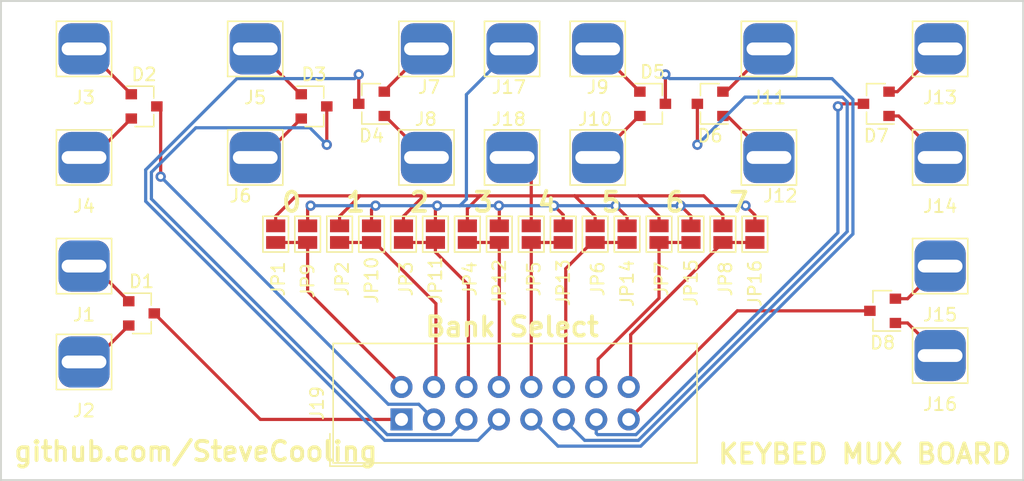
<source format=kicad_pcb>
(kicad_pcb (version 20171130) (host pcbnew "(5.1.7-0-10_14)")

  (general
    (thickness 1.6)
    (drawings 15)
    (tracks 186)
    (zones 0)
    (modules 43)
    (nets 35)
  )

  (page A4)
  (layers
    (0 F.Cu signal)
    (31 B.Cu signal)
    (32 B.Adhes user)
    (33 F.Adhes user)
    (34 B.Paste user)
    (35 F.Paste user)
    (36 B.SilkS user)
    (37 F.SilkS user)
    (38 B.Mask user)
    (39 F.Mask user)
    (40 Dwgs.User user)
    (41 Cmts.User user)
    (42 Eco1.User user)
    (43 Eco2.User user)
    (44 Edge.Cuts user)
    (45 Margin user)
    (46 B.CrtYd user)
    (47 F.CrtYd user)
    (48 B.Fab user hide)
    (49 F.Fab user hide)
  )

  (setup
    (last_trace_width 0.25)
    (trace_clearance 0.2)
    (zone_clearance 0.508)
    (zone_45_only no)
    (trace_min 0.2)
    (via_size 0.8)
    (via_drill 0.4)
    (via_min_size 0.4)
    (via_min_drill 0.3)
    (uvia_size 0.3)
    (uvia_drill 0.1)
    (uvias_allowed no)
    (uvia_min_size 0.2)
    (uvia_min_drill 0.1)
    (edge_width 0.15)
    (segment_width 0.2)
    (pcb_text_width 0.3)
    (pcb_text_size 1.5 1.5)
    (mod_edge_width 0.15)
    (mod_text_size 1 1)
    (mod_text_width 0.15)
    (pad_size 1.524 1.524)
    (pad_drill 0.762)
    (pad_to_mask_clearance 0.051)
    (solder_mask_min_width 0.25)
    (aux_axis_origin 0 0)
    (visible_elements FFFFFF7F)
    (pcbplotparams
      (layerselection 0x010fc_ffffffff)
      (usegerberextensions false)
      (usegerberattributes false)
      (usegerberadvancedattributes false)
      (creategerberjobfile false)
      (excludeedgelayer true)
      (linewidth 0.100000)
      (plotframeref false)
      (viasonmask false)
      (mode 1)
      (useauxorigin false)
      (hpglpennumber 1)
      (hpglpenspeed 20)
      (hpglpendiameter 15.000000)
      (psnegative false)
      (psa4output false)
      (plotreference true)
      (plotvalue true)
      (plotinvisibletext false)
      (padsonsilk false)
      (subtractmaskfromsilk false)
      (outputformat 1)
      (mirror false)
      (drillshape 1)
      (scaleselection 1)
      (outputdirectory ""))
  )

  (net 0 "")
  (net 1 "Net-(D1-Pad1)")
  (net 2 "Net-(D1-Pad2)")
  (net 3 "Net-(D2-Pad2)")
  (net 4 "Net-(D3-Pad1)")
  (net 5 "Net-(D3-Pad2)")
  (net 6 "Net-(D4-Pad2)")
  (net 7 "Net-(D5-Pad1)")
  (net 8 "Net-(D5-Pad2)")
  (net 9 "Net-(D6-Pad2)")
  (net 10 "Net-(D7-Pad2)")
  (net 11 "Net-(D7-Pad1)")
  (net 12 "Net-(D8-Pad2)")
  (net 13 /KEY1)
  (net 14 "Net-(D2-Pad1)")
  (net 15 /KEY2)
  (net 16 /KEY3)
  (net 17 "Net-(D4-Pad1)")
  (net 18 /KEY4)
  (net 19 /KEY5)
  (net 20 "Net-(D6-Pad1)")
  (net 21 /KEY6)
  (net 22 /KEY7)
  (net 23 "Net-(D8-Pad1)")
  (net 24 /KEY8)
  (net 25 /COMMON_UPPER)
  (net 26 /COMMON_LOWER)
  (net 27 /GROUP1)
  (net 28 /GROUP2)
  (net 29 /GROUP3)
  (net 30 /GROUP4)
  (net 31 /GROUP5)
  (net 32 /GROUP6)
  (net 33 /GROUP7)
  (net 34 /GROUP8)

  (net_class Default "This is the default net class."
    (clearance 0.2)
    (trace_width 0.25)
    (via_dia 0.8)
    (via_drill 0.4)
    (uvia_dia 0.3)
    (uvia_drill 0.1)
    (add_net /COMMON_LOWER)
    (add_net /COMMON_UPPER)
    (add_net /GROUP1)
    (add_net /GROUP2)
    (add_net /GROUP3)
    (add_net /GROUP4)
    (add_net /GROUP5)
    (add_net /GROUP6)
    (add_net /GROUP7)
    (add_net /GROUP8)
    (add_net /KEY1)
    (add_net /KEY2)
    (add_net /KEY3)
    (add_net /KEY4)
    (add_net /KEY5)
    (add_net /KEY6)
    (add_net /KEY7)
    (add_net /KEY8)
    (add_net "Net-(D1-Pad1)")
    (add_net "Net-(D1-Pad2)")
    (add_net "Net-(D2-Pad1)")
    (add_net "Net-(D2-Pad2)")
    (add_net "Net-(D3-Pad1)")
    (add_net "Net-(D3-Pad2)")
    (add_net "Net-(D4-Pad1)")
    (add_net "Net-(D4-Pad2)")
    (add_net "Net-(D5-Pad1)")
    (add_net "Net-(D5-Pad2)")
    (add_net "Net-(D6-Pad1)")
    (add_net "Net-(D6-Pad2)")
    (add_net "Net-(D7-Pad1)")
    (add_net "Net-(D7-Pad2)")
    (add_net "Net-(D8-Pad1)")
    (add_net "Net-(D8-Pad2)")
  )

  (module Package_TO_SOT_SMD:SOT-23 (layer F.Cu) (tedit 5A02FF57) (tstamp 6094D334)
    (at 139 89 180)
    (descr "SOT-23, Standard")
    (tags SOT-23)
    (path /60A64C1A)
    (attr smd)
    (fp_text reference D8 (at 0 -2.5) (layer F.SilkS)
      (effects (font (size 1 1) (thickness 0.15)))
    )
    (fp_text value BAV74LT1G (at 0 2.5) (layer F.Fab)
      (effects (font (size 1 1) (thickness 0.15)))
    )
    (fp_line (start 0.76 1.58) (end -0.7 1.58) (layer F.SilkS) (width 0.12))
    (fp_line (start 0.76 -1.58) (end -1.4 -1.58) (layer F.SilkS) (width 0.12))
    (fp_line (start -1.7 1.75) (end -1.7 -1.75) (layer F.CrtYd) (width 0.05))
    (fp_line (start 1.7 1.75) (end -1.7 1.75) (layer F.CrtYd) (width 0.05))
    (fp_line (start 1.7 -1.75) (end 1.7 1.75) (layer F.CrtYd) (width 0.05))
    (fp_line (start -1.7 -1.75) (end 1.7 -1.75) (layer F.CrtYd) (width 0.05))
    (fp_line (start 0.76 -1.58) (end 0.76 -0.65) (layer F.SilkS) (width 0.12))
    (fp_line (start 0.76 1.58) (end 0.76 0.65) (layer F.SilkS) (width 0.12))
    (fp_line (start -0.7 1.52) (end 0.7 1.52) (layer F.Fab) (width 0.1))
    (fp_line (start 0.7 -1.52) (end 0.7 1.52) (layer F.Fab) (width 0.1))
    (fp_line (start -0.7 -0.95) (end -0.15 -1.52) (layer F.Fab) (width 0.1))
    (fp_line (start -0.15 -1.52) (end 0.7 -1.52) (layer F.Fab) (width 0.1))
    (fp_line (start -0.7 -0.95) (end -0.7 1.5) (layer F.Fab) (width 0.1))
    (fp_text user %R (at 0 0 90) (layer F.Fab)
      (effects (font (size 0.5 0.5) (thickness 0.075)))
    )
    (pad 3 smd rect (at 1 0 180) (size 0.9 0.8) (layers F.Cu F.Paste F.Mask)
      (net 24 /KEY8))
    (pad 2 smd rect (at -1 0.95 180) (size 0.9 0.8) (layers F.Cu F.Paste F.Mask)
      (net 12 "Net-(D8-Pad2)"))
    (pad 1 smd rect (at -1 -0.95 180) (size 0.9 0.8) (layers F.Cu F.Paste F.Mask)
      (net 23 "Net-(D8-Pad1)"))
    (model ${KISYS3DMOD}/Package_TO_SOT_SMD.3dshapes/SOT-23.wrl
      (at (xyz 0 0 0))
      (scale (xyz 1 1 1))
      (rotate (xyz 0 0 0))
    )
  )

  (module Package_TO_SOT_SMD:SOT-23 (layer F.Cu) (tedit 5A02FF57) (tstamp 6094D31F)
    (at 138.5 72.8 180)
    (descr "SOT-23, Standard")
    (tags SOT-23)
    (path /60A5F4FA)
    (attr smd)
    (fp_text reference D7 (at 0 -2.5) (layer F.SilkS)
      (effects (font (size 1 1) (thickness 0.15)))
    )
    (fp_text value BAV74LT1G (at 0 2.5) (layer F.Fab)
      (effects (font (size 1 1) (thickness 0.15)))
    )
    (fp_line (start 0.76 1.58) (end -0.7 1.58) (layer F.SilkS) (width 0.12))
    (fp_line (start 0.76 -1.58) (end -1.4 -1.58) (layer F.SilkS) (width 0.12))
    (fp_line (start -1.7 1.75) (end -1.7 -1.75) (layer F.CrtYd) (width 0.05))
    (fp_line (start 1.7 1.75) (end -1.7 1.75) (layer F.CrtYd) (width 0.05))
    (fp_line (start 1.7 -1.75) (end 1.7 1.75) (layer F.CrtYd) (width 0.05))
    (fp_line (start -1.7 -1.75) (end 1.7 -1.75) (layer F.CrtYd) (width 0.05))
    (fp_line (start 0.76 -1.58) (end 0.76 -0.65) (layer F.SilkS) (width 0.12))
    (fp_line (start 0.76 1.58) (end 0.76 0.65) (layer F.SilkS) (width 0.12))
    (fp_line (start -0.7 1.52) (end 0.7 1.52) (layer F.Fab) (width 0.1))
    (fp_line (start 0.7 -1.52) (end 0.7 1.52) (layer F.Fab) (width 0.1))
    (fp_line (start -0.7 -0.95) (end -0.15 -1.52) (layer F.Fab) (width 0.1))
    (fp_line (start -0.15 -1.52) (end 0.7 -1.52) (layer F.Fab) (width 0.1))
    (fp_line (start -0.7 -0.95) (end -0.7 1.5) (layer F.Fab) (width 0.1))
    (fp_text user %R (at 0 0 90) (layer F.Fab)
      (effects (font (size 0.5 0.5) (thickness 0.075)))
    )
    (pad 3 smd rect (at 1 0 180) (size 0.9 0.8) (layers F.Cu F.Paste F.Mask)
      (net 22 /KEY7))
    (pad 2 smd rect (at -1 0.95 180) (size 0.9 0.8) (layers F.Cu F.Paste F.Mask)
      (net 10 "Net-(D7-Pad2)"))
    (pad 1 smd rect (at -1 -0.95 180) (size 0.9 0.8) (layers F.Cu F.Paste F.Mask)
      (net 11 "Net-(D7-Pad1)"))
    (model ${KISYS3DMOD}/Package_TO_SOT_SMD.3dshapes/SOT-23.wrl
      (at (xyz 0 0 0))
      (scale (xyz 1 1 1))
      (rotate (xyz 0 0 0))
    )
  )

  (module Package_TO_SOT_SMD:SOT-23 (layer F.Cu) (tedit 5A02FF57) (tstamp 6094D30A)
    (at 125.5 72.8 180)
    (descr "SOT-23, Standard")
    (tags SOT-23)
    (path /60A5A598)
    (attr smd)
    (fp_text reference D6 (at 0 -2.5) (layer F.SilkS)
      (effects (font (size 1 1) (thickness 0.15)))
    )
    (fp_text value BAV74LT1G (at 0 2.5) (layer F.Fab)
      (effects (font (size 1 1) (thickness 0.15)))
    )
    (fp_line (start 0.76 1.58) (end -0.7 1.58) (layer F.SilkS) (width 0.12))
    (fp_line (start 0.76 -1.58) (end -1.4 -1.58) (layer F.SilkS) (width 0.12))
    (fp_line (start -1.7 1.75) (end -1.7 -1.75) (layer F.CrtYd) (width 0.05))
    (fp_line (start 1.7 1.75) (end -1.7 1.75) (layer F.CrtYd) (width 0.05))
    (fp_line (start 1.7 -1.75) (end 1.7 1.75) (layer F.CrtYd) (width 0.05))
    (fp_line (start -1.7 -1.75) (end 1.7 -1.75) (layer F.CrtYd) (width 0.05))
    (fp_line (start 0.76 -1.58) (end 0.76 -0.65) (layer F.SilkS) (width 0.12))
    (fp_line (start 0.76 1.58) (end 0.76 0.65) (layer F.SilkS) (width 0.12))
    (fp_line (start -0.7 1.52) (end 0.7 1.52) (layer F.Fab) (width 0.1))
    (fp_line (start 0.7 -1.52) (end 0.7 1.52) (layer F.Fab) (width 0.1))
    (fp_line (start -0.7 -0.95) (end -0.15 -1.52) (layer F.Fab) (width 0.1))
    (fp_line (start -0.15 -1.52) (end 0.7 -1.52) (layer F.Fab) (width 0.1))
    (fp_line (start -0.7 -0.95) (end -0.7 1.5) (layer F.Fab) (width 0.1))
    (fp_text user %R (at 0 0 90) (layer F.Fab)
      (effects (font (size 0.5 0.5) (thickness 0.075)))
    )
    (pad 3 smd rect (at 1 0 180) (size 0.9 0.8) (layers F.Cu F.Paste F.Mask)
      (net 21 /KEY6))
    (pad 2 smd rect (at -1 0.95 180) (size 0.9 0.8) (layers F.Cu F.Paste F.Mask)
      (net 9 "Net-(D6-Pad2)"))
    (pad 1 smd rect (at -1 -0.95 180) (size 0.9 0.8) (layers F.Cu F.Paste F.Mask)
      (net 20 "Net-(D6-Pad1)"))
    (model ${KISYS3DMOD}/Package_TO_SOT_SMD.3dshapes/SOT-23.wrl
      (at (xyz 0 0 0))
      (scale (xyz 1 1 1))
      (rotate (xyz 0 0 0))
    )
  )

  (module Package_TO_SOT_SMD:SOT-23 (layer F.Cu) (tedit 5A02FF57) (tstamp 6094D2F5)
    (at 121 72.8)
    (descr "SOT-23, Standard")
    (tags SOT-23)
    (path /60A55B7A)
    (attr smd)
    (fp_text reference D5 (at 0 -2.5) (layer F.SilkS)
      (effects (font (size 1 1) (thickness 0.15)))
    )
    (fp_text value BAV74LT1G (at 0 2.5) (layer F.Fab)
      (effects (font (size 1 1) (thickness 0.15)))
    )
    (fp_line (start 0.76 1.58) (end -0.7 1.58) (layer F.SilkS) (width 0.12))
    (fp_line (start 0.76 -1.58) (end -1.4 -1.58) (layer F.SilkS) (width 0.12))
    (fp_line (start -1.7 1.75) (end -1.7 -1.75) (layer F.CrtYd) (width 0.05))
    (fp_line (start 1.7 1.75) (end -1.7 1.75) (layer F.CrtYd) (width 0.05))
    (fp_line (start 1.7 -1.75) (end 1.7 1.75) (layer F.CrtYd) (width 0.05))
    (fp_line (start -1.7 -1.75) (end 1.7 -1.75) (layer F.CrtYd) (width 0.05))
    (fp_line (start 0.76 -1.58) (end 0.76 -0.65) (layer F.SilkS) (width 0.12))
    (fp_line (start 0.76 1.58) (end 0.76 0.65) (layer F.SilkS) (width 0.12))
    (fp_line (start -0.7 1.52) (end 0.7 1.52) (layer F.Fab) (width 0.1))
    (fp_line (start 0.7 -1.52) (end 0.7 1.52) (layer F.Fab) (width 0.1))
    (fp_line (start -0.7 -0.95) (end -0.15 -1.52) (layer F.Fab) (width 0.1))
    (fp_line (start -0.15 -1.52) (end 0.7 -1.52) (layer F.Fab) (width 0.1))
    (fp_line (start -0.7 -0.95) (end -0.7 1.5) (layer F.Fab) (width 0.1))
    (fp_text user %R (at 0 0 90) (layer F.Fab)
      (effects (font (size 0.5 0.5) (thickness 0.075)))
    )
    (pad 3 smd rect (at 1 0) (size 0.9 0.8) (layers F.Cu F.Paste F.Mask)
      (net 19 /KEY5))
    (pad 2 smd rect (at -1 0.95) (size 0.9 0.8) (layers F.Cu F.Paste F.Mask)
      (net 8 "Net-(D5-Pad2)"))
    (pad 1 smd rect (at -1 -0.95) (size 0.9 0.8) (layers F.Cu F.Paste F.Mask)
      (net 7 "Net-(D5-Pad1)"))
    (model ${KISYS3DMOD}/Package_TO_SOT_SMD.3dshapes/SOT-23.wrl
      (at (xyz 0 0 0))
      (scale (xyz 1 1 1))
      (rotate (xyz 0 0 0))
    )
  )

  (module Package_TO_SOT_SMD:SOT-23 (layer F.Cu) (tedit 5A02FF57) (tstamp 6094D2E0)
    (at 99 72.8 180)
    (descr "SOT-23, Standard")
    (tags SOT-23)
    (path /60A51478)
    (attr smd)
    (fp_text reference D4 (at 0 -2.5) (layer F.SilkS)
      (effects (font (size 1 1) (thickness 0.15)))
    )
    (fp_text value BAV74LT1G (at 0 2.5) (layer F.Fab)
      (effects (font (size 1 1) (thickness 0.15)))
    )
    (fp_line (start 0.76 1.58) (end -0.7 1.58) (layer F.SilkS) (width 0.12))
    (fp_line (start 0.76 -1.58) (end -1.4 -1.58) (layer F.SilkS) (width 0.12))
    (fp_line (start -1.7 1.75) (end -1.7 -1.75) (layer F.CrtYd) (width 0.05))
    (fp_line (start 1.7 1.75) (end -1.7 1.75) (layer F.CrtYd) (width 0.05))
    (fp_line (start 1.7 -1.75) (end 1.7 1.75) (layer F.CrtYd) (width 0.05))
    (fp_line (start -1.7 -1.75) (end 1.7 -1.75) (layer F.CrtYd) (width 0.05))
    (fp_line (start 0.76 -1.58) (end 0.76 -0.65) (layer F.SilkS) (width 0.12))
    (fp_line (start 0.76 1.58) (end 0.76 0.65) (layer F.SilkS) (width 0.12))
    (fp_line (start -0.7 1.52) (end 0.7 1.52) (layer F.Fab) (width 0.1))
    (fp_line (start 0.7 -1.52) (end 0.7 1.52) (layer F.Fab) (width 0.1))
    (fp_line (start -0.7 -0.95) (end -0.15 -1.52) (layer F.Fab) (width 0.1))
    (fp_line (start -0.15 -1.52) (end 0.7 -1.52) (layer F.Fab) (width 0.1))
    (fp_line (start -0.7 -0.95) (end -0.7 1.5) (layer F.Fab) (width 0.1))
    (fp_text user %R (at 0 0 90) (layer F.Fab)
      (effects (font (size 0.5 0.5) (thickness 0.075)))
    )
    (pad 3 smd rect (at 1 0 180) (size 0.9 0.8) (layers F.Cu F.Paste F.Mask)
      (net 18 /KEY4))
    (pad 2 smd rect (at -1 0.95 180) (size 0.9 0.8) (layers F.Cu F.Paste F.Mask)
      (net 6 "Net-(D4-Pad2)"))
    (pad 1 smd rect (at -1 -0.95 180) (size 0.9 0.8) (layers F.Cu F.Paste F.Mask)
      (net 17 "Net-(D4-Pad1)"))
    (model ${KISYS3DMOD}/Package_TO_SOT_SMD.3dshapes/SOT-23.wrl
      (at (xyz 0 0 0))
      (scale (xyz 1 1 1))
      (rotate (xyz 0 0 0))
    )
  )

  (module Package_TO_SOT_SMD:SOT-23 (layer F.Cu) (tedit 5A02FF57) (tstamp 6094D2CB)
    (at 94.5 73)
    (descr "SOT-23, Standard")
    (tags SOT-23)
    (path /60A4D38A)
    (attr smd)
    (fp_text reference D3 (at 0 -2.5) (layer F.SilkS)
      (effects (font (size 1 1) (thickness 0.15)))
    )
    (fp_text value BAV74LT1G (at 0 2.5) (layer F.Fab)
      (effects (font (size 1 1) (thickness 0.15)))
    )
    (fp_line (start 0.76 1.58) (end -0.7 1.58) (layer F.SilkS) (width 0.12))
    (fp_line (start 0.76 -1.58) (end -1.4 -1.58) (layer F.SilkS) (width 0.12))
    (fp_line (start -1.7 1.75) (end -1.7 -1.75) (layer F.CrtYd) (width 0.05))
    (fp_line (start 1.7 1.75) (end -1.7 1.75) (layer F.CrtYd) (width 0.05))
    (fp_line (start 1.7 -1.75) (end 1.7 1.75) (layer F.CrtYd) (width 0.05))
    (fp_line (start -1.7 -1.75) (end 1.7 -1.75) (layer F.CrtYd) (width 0.05))
    (fp_line (start 0.76 -1.58) (end 0.76 -0.65) (layer F.SilkS) (width 0.12))
    (fp_line (start 0.76 1.58) (end 0.76 0.65) (layer F.SilkS) (width 0.12))
    (fp_line (start -0.7 1.52) (end 0.7 1.52) (layer F.Fab) (width 0.1))
    (fp_line (start 0.7 -1.52) (end 0.7 1.52) (layer F.Fab) (width 0.1))
    (fp_line (start -0.7 -0.95) (end -0.15 -1.52) (layer F.Fab) (width 0.1))
    (fp_line (start -0.15 -1.52) (end 0.7 -1.52) (layer F.Fab) (width 0.1))
    (fp_line (start -0.7 -0.95) (end -0.7 1.5) (layer F.Fab) (width 0.1))
    (fp_text user %R (at 0 0 90) (layer F.Fab)
      (effects (font (size 0.5 0.5) (thickness 0.075)))
    )
    (pad 3 smd rect (at 1 0) (size 0.9 0.8) (layers F.Cu F.Paste F.Mask)
      (net 16 /KEY3))
    (pad 2 smd rect (at -1 0.95) (size 0.9 0.8) (layers F.Cu F.Paste F.Mask)
      (net 5 "Net-(D3-Pad2)"))
    (pad 1 smd rect (at -1 -0.95) (size 0.9 0.8) (layers F.Cu F.Paste F.Mask)
      (net 4 "Net-(D3-Pad1)"))
    (model ${KISYS3DMOD}/Package_TO_SOT_SMD.3dshapes/SOT-23.wrl
      (at (xyz 0 0 0))
      (scale (xyz 1 1 1))
      (rotate (xyz 0 0 0))
    )
  )

  (module Package_TO_SOT_SMD:SOT-23 (layer F.Cu) (tedit 5A02FF57) (tstamp 60951DD1)
    (at 81.2 73)
    (descr "SOT-23, Standard")
    (tags SOT-23)
    (path /60A48F2A)
    (attr smd)
    (fp_text reference D2 (at 0 -2.5) (layer F.SilkS)
      (effects (font (size 1 1) (thickness 0.15)))
    )
    (fp_text value BAV74LT1G (at 0 2.5) (layer F.Fab)
      (effects (font (size 1 1) (thickness 0.15)))
    )
    (fp_line (start 0.76 1.58) (end -0.7 1.58) (layer F.SilkS) (width 0.12))
    (fp_line (start 0.76 -1.58) (end -1.4 -1.58) (layer F.SilkS) (width 0.12))
    (fp_line (start -1.7 1.75) (end -1.7 -1.75) (layer F.CrtYd) (width 0.05))
    (fp_line (start 1.7 1.75) (end -1.7 1.75) (layer F.CrtYd) (width 0.05))
    (fp_line (start 1.7 -1.75) (end 1.7 1.75) (layer F.CrtYd) (width 0.05))
    (fp_line (start -1.7 -1.75) (end 1.7 -1.75) (layer F.CrtYd) (width 0.05))
    (fp_line (start 0.76 -1.58) (end 0.76 -0.65) (layer F.SilkS) (width 0.12))
    (fp_line (start 0.76 1.58) (end 0.76 0.65) (layer F.SilkS) (width 0.12))
    (fp_line (start -0.7 1.52) (end 0.7 1.52) (layer F.Fab) (width 0.1))
    (fp_line (start 0.7 -1.52) (end 0.7 1.52) (layer F.Fab) (width 0.1))
    (fp_line (start -0.7 -0.95) (end -0.15 -1.52) (layer F.Fab) (width 0.1))
    (fp_line (start -0.15 -1.52) (end 0.7 -1.52) (layer F.Fab) (width 0.1))
    (fp_line (start -0.7 -0.95) (end -0.7 1.5) (layer F.Fab) (width 0.1))
    (fp_text user %R (at 0 0 90) (layer F.Fab)
      (effects (font (size 0.5 0.5) (thickness 0.075)))
    )
    (pad 3 smd rect (at 1 0) (size 0.9 0.8) (layers F.Cu F.Paste F.Mask)
      (net 15 /KEY2))
    (pad 2 smd rect (at -1 0.95) (size 0.9 0.8) (layers F.Cu F.Paste F.Mask)
      (net 3 "Net-(D2-Pad2)"))
    (pad 1 smd rect (at -1 -0.95) (size 0.9 0.8) (layers F.Cu F.Paste F.Mask)
      (net 14 "Net-(D2-Pad1)"))
    (model ${KISYS3DMOD}/Package_TO_SOT_SMD.3dshapes/SOT-23.wrl
      (at (xyz 0 0 0))
      (scale (xyz 1 1 1))
      (rotate (xyz 0 0 0))
    )
  )

  (module Package_TO_SOT_SMD:SOT-23 (layer F.Cu) (tedit 5A02FF57) (tstamp 6094D2A1)
    (at 81 89.2)
    (descr "SOT-23, Standard")
    (tags SOT-23)
    (path /609D2374)
    (attr smd)
    (fp_text reference D1 (at 0 -2.5) (layer F.SilkS)
      (effects (font (size 1 1) (thickness 0.15)))
    )
    (fp_text value BAV74LT1G (at 0 2.5) (layer F.Fab)
      (effects (font (size 1 1) (thickness 0.15)))
    )
    (fp_line (start 0.76 1.58) (end -0.7 1.58) (layer F.SilkS) (width 0.12))
    (fp_line (start 0.76 -1.58) (end -1.4 -1.58) (layer F.SilkS) (width 0.12))
    (fp_line (start -1.7 1.75) (end -1.7 -1.75) (layer F.CrtYd) (width 0.05))
    (fp_line (start 1.7 1.75) (end -1.7 1.75) (layer F.CrtYd) (width 0.05))
    (fp_line (start 1.7 -1.75) (end 1.7 1.75) (layer F.CrtYd) (width 0.05))
    (fp_line (start -1.7 -1.75) (end 1.7 -1.75) (layer F.CrtYd) (width 0.05))
    (fp_line (start 0.76 -1.58) (end 0.76 -0.65) (layer F.SilkS) (width 0.12))
    (fp_line (start 0.76 1.58) (end 0.76 0.65) (layer F.SilkS) (width 0.12))
    (fp_line (start -0.7 1.52) (end 0.7 1.52) (layer F.Fab) (width 0.1))
    (fp_line (start 0.7 -1.52) (end 0.7 1.52) (layer F.Fab) (width 0.1))
    (fp_line (start -0.7 -0.95) (end -0.15 -1.52) (layer F.Fab) (width 0.1))
    (fp_line (start -0.15 -1.52) (end 0.7 -1.52) (layer F.Fab) (width 0.1))
    (fp_line (start -0.7 -0.95) (end -0.7 1.5) (layer F.Fab) (width 0.1))
    (fp_text user %R (at 0 0 90) (layer F.Fab)
      (effects (font (size 0.5 0.5) (thickness 0.075)))
    )
    (pad 3 smd rect (at 1 0) (size 0.9 0.8) (layers F.Cu F.Paste F.Mask)
      (net 13 /KEY1))
    (pad 2 smd rect (at -1 0.95) (size 0.9 0.8) (layers F.Cu F.Paste F.Mask)
      (net 2 "Net-(D1-Pad2)"))
    (pad 1 smd rect (at -1 -0.95) (size 0.9 0.8) (layers F.Cu F.Paste F.Mask)
      (net 1 "Net-(D1-Pad1)"))
    (model ${KISYS3DMOD}/Package_TO_SOT_SMD.3dshapes/SOT-23.wrl
      (at (xyz 0 0 0))
      (scale (xyz 1 1 1))
      (rotate (xyz 0 0 0))
    )
  )

  (module Connector_IDC:IDC-Header_2x08_P2.54mm_Vertical (layer F.Cu) (tedit 59DE0341) (tstamp 5E7B1AFF)
    (at 101.346 97.5 90)
    (descr "Through hole straight IDC box header, 2x08, 2.54mm pitch, double rows")
    (tags "Through hole IDC box header THT 2x08 2.54mm double row")
    (path /5E7A2C39)
    (fp_text reference J19 (at 1.27 -6.604 90) (layer F.SilkS)
      (effects (font (size 1 1) (thickness 0.15)))
    )
    (fp_text value Conn_02x08_Odd_Even (at 1.27 24.384 90) (layer F.Fab)
      (effects (font (size 1 1) (thickness 0.15)))
    )
    (fp_line (start -3.655 -5.6) (end -1.115 -5.6) (layer F.SilkS) (width 0.12))
    (fp_line (start -3.655 -5.6) (end -3.655 -3.06) (layer F.SilkS) (width 0.12))
    (fp_line (start -3.405 -5.35) (end 5.945 -5.35) (layer F.SilkS) (width 0.12))
    (fp_line (start -3.405 23.13) (end -3.405 -5.35) (layer F.SilkS) (width 0.12))
    (fp_line (start 5.945 23.13) (end -3.405 23.13) (layer F.SilkS) (width 0.12))
    (fp_line (start 5.945 -5.35) (end 5.945 23.13) (layer F.SilkS) (width 0.12))
    (fp_line (start -3.41 -5.35) (end 5.95 -5.35) (layer F.CrtYd) (width 0.05))
    (fp_line (start -3.41 23.13) (end -3.41 -5.35) (layer F.CrtYd) (width 0.05))
    (fp_line (start 5.95 23.13) (end -3.41 23.13) (layer F.CrtYd) (width 0.05))
    (fp_line (start 5.95 -5.35) (end 5.95 23.13) (layer F.CrtYd) (width 0.05))
    (fp_line (start -3.155 22.88) (end -2.605 22.32) (layer F.Fab) (width 0.1))
    (fp_line (start -3.155 -5.1) (end -2.605 -4.56) (layer F.Fab) (width 0.1))
    (fp_line (start 5.695 22.88) (end 5.145 22.32) (layer F.Fab) (width 0.1))
    (fp_line (start 5.695 -5.1) (end 5.145 -4.56) (layer F.Fab) (width 0.1))
    (fp_line (start 5.145 22.32) (end -2.605 22.32) (layer F.Fab) (width 0.1))
    (fp_line (start 5.695 22.88) (end -3.155 22.88) (layer F.Fab) (width 0.1))
    (fp_line (start 5.145 -4.56) (end -2.605 -4.56) (layer F.Fab) (width 0.1))
    (fp_line (start 5.695 -5.1) (end -3.155 -5.1) (layer F.Fab) (width 0.1))
    (fp_line (start -2.605 11.14) (end -3.155 11.14) (layer F.Fab) (width 0.1))
    (fp_line (start -2.605 6.64) (end -3.155 6.64) (layer F.Fab) (width 0.1))
    (fp_line (start -2.605 11.14) (end -2.605 22.32) (layer F.Fab) (width 0.1))
    (fp_line (start -2.605 -4.56) (end -2.605 6.64) (layer F.Fab) (width 0.1))
    (fp_line (start -3.155 -5.1) (end -3.155 22.88) (layer F.Fab) (width 0.1))
    (fp_line (start 5.145 -4.56) (end 5.145 22.32) (layer F.Fab) (width 0.1))
    (fp_line (start 5.695 -5.1) (end 5.695 22.88) (layer F.Fab) (width 0.1))
    (fp_text user %R (at 1.27 8.89 90) (layer F.Fab)
      (effects (font (size 1 1) (thickness 0.15)))
    )
    (pad 1 thru_hole rect (at 0 0 90) (size 1.7272 1.7272) (drill 1.016) (layers *.Cu *.Mask)
      (net 13 /KEY1))
    (pad 2 thru_hole oval (at 2.54 0 90) (size 1.7272 1.7272) (drill 1.016) (layers *.Cu *.Mask)
      (net 27 /GROUP1))
    (pad 3 thru_hole oval (at 0 2.54 90) (size 1.7272 1.7272) (drill 1.016) (layers *.Cu *.Mask)
      (net 15 /KEY2))
    (pad 4 thru_hole oval (at 2.54 2.54 90) (size 1.7272 1.7272) (drill 1.016) (layers *.Cu *.Mask)
      (net 28 /GROUP2))
    (pad 5 thru_hole oval (at 0 5.08 90) (size 1.7272 1.7272) (drill 1.016) (layers *.Cu *.Mask)
      (net 16 /KEY3))
    (pad 6 thru_hole oval (at 2.54 5.08 90) (size 1.7272 1.7272) (drill 1.016) (layers *.Cu *.Mask)
      (net 29 /GROUP3))
    (pad 7 thru_hole oval (at 0 7.62 90) (size 1.7272 1.7272) (drill 1.016) (layers *.Cu *.Mask)
      (net 18 /KEY4))
    (pad 8 thru_hole oval (at 2.54 7.62 90) (size 1.7272 1.7272) (drill 1.016) (layers *.Cu *.Mask)
      (net 30 /GROUP4))
    (pad 9 thru_hole oval (at 0 10.16 90) (size 1.7272 1.7272) (drill 1.016) (layers *.Cu *.Mask)
      (net 19 /KEY5))
    (pad 10 thru_hole oval (at 2.54 10.16 90) (size 1.7272 1.7272) (drill 1.016) (layers *.Cu *.Mask)
      (net 31 /GROUP5))
    (pad 11 thru_hole oval (at 0 12.7 90) (size 1.7272 1.7272) (drill 1.016) (layers *.Cu *.Mask)
      (net 21 /KEY6))
    (pad 12 thru_hole oval (at 2.54 12.7 90) (size 1.7272 1.7272) (drill 1.016) (layers *.Cu *.Mask)
      (net 32 /GROUP6))
    (pad 13 thru_hole oval (at 0 15.24 90) (size 1.7272 1.7272) (drill 1.016) (layers *.Cu *.Mask)
      (net 22 /KEY7))
    (pad 14 thru_hole oval (at 2.54 15.24 90) (size 1.7272 1.7272) (drill 1.016) (layers *.Cu *.Mask)
      (net 33 /GROUP7))
    (pad 15 thru_hole oval (at 0 17.78 90) (size 1.7272 1.7272) (drill 1.016) (layers *.Cu *.Mask)
      (net 24 /KEY8))
    (pad 16 thru_hole oval (at 2.54 17.78 90) (size 1.7272 1.7272) (drill 1.016) (layers *.Cu *.Mask)
      (net 34 /GROUP8))
    (model ${KISYS3DMOD}/Connector_IDC.3dshapes/IDC-Header_2x08_P2.54mm_Vertical.wrl
      (at (xyz 0 0 0))
      (scale (xyz 1 1 1))
      (rotate (xyz 0 0 0))
    )
  )

  (module Jumper:SolderJumper-2_P1.3mm_Open_Pad1.0x1.5mm (layer F.Cu) (tedit 5E7A3369) (tstamp 5EAC243C)
    (at 91.5 83 90)
    (descr "SMD Solder Jumper, 1x1.5mm Pads, 0.3mm gap, open")
    (tags "solder jumper open")
    (path /5E7A20EA)
    (attr virtual)
    (fp_text reference JP1 (at -3.5 0.2 90) (layer F.SilkS)
      (effects (font (size 1 1) (thickness 0.15)))
    )
    (fp_text value Jumper_2_Open (at 0 1.9 90) (layer F.Fab)
      (effects (font (size 1 1) (thickness 0.15)))
    )
    (fp_line (start 1.65 1.25) (end -1.65 1.25) (layer F.CrtYd) (width 0.05))
    (fp_line (start 1.65 1.25) (end 1.65 -1.25) (layer F.CrtYd) (width 0.05))
    (fp_line (start -1.65 -1.25) (end -1.65 1.25) (layer F.CrtYd) (width 0.05))
    (fp_line (start -1.65 -1.25) (end 1.65 -1.25) (layer F.CrtYd) (width 0.05))
    (fp_line (start -1.4 -1) (end 1.4 -1) (layer F.SilkS) (width 0.12))
    (fp_line (start 1.4 -1) (end 1.4 1) (layer F.SilkS) (width 0.12))
    (fp_line (start 1.4 1) (end -1.4 1) (layer F.SilkS) (width 0.12))
    (fp_line (start -1.4 1) (end -1.4 -1) (layer F.SilkS) (width 0.12))
    (pad 2 smd rect (at 0.65 0 90) (size 1 1.5) (layers F.Cu F.Mask)
      (net 26 /COMMON_LOWER))
    (pad 1 smd rect (at -0.65 0 90) (size 1 1.5) (layers F.Cu F.Mask)
      (net 27 /GROUP1))
  )

  (module Jumper:SolderJumper-2_P1.3mm_Open_Pad1.0x1.5mm (layer F.Cu) (tedit 5A3EABFC) (tstamp 6094BF12)
    (at 96.5 83 90)
    (descr "SMD Solder Jumper, 1x1.5mm Pads, 0.3mm gap, open")
    (tags "solder jumper open")
    (path /5E7CF5A1)
    (attr virtual)
    (fp_text reference JP2 (at -3.5 0.2 90) (layer F.SilkS)
      (effects (font (size 1 1) (thickness 0.15)))
    )
    (fp_text value Jumper_2_Open (at 0 1.9 90) (layer F.Fab)
      (effects (font (size 1 1) (thickness 0.15)))
    )
    (fp_line (start 1.65 1.25) (end -1.65 1.25) (layer F.CrtYd) (width 0.05))
    (fp_line (start 1.65 1.25) (end 1.65 -1.25) (layer F.CrtYd) (width 0.05))
    (fp_line (start -1.65 -1.25) (end -1.65 1.25) (layer F.CrtYd) (width 0.05))
    (fp_line (start -1.65 -1.25) (end 1.65 -1.25) (layer F.CrtYd) (width 0.05))
    (fp_line (start -1.4 -1) (end 1.4 -1) (layer F.SilkS) (width 0.12))
    (fp_line (start 1.4 -1) (end 1.4 1) (layer F.SilkS) (width 0.12))
    (fp_line (start 1.4 1) (end -1.4 1) (layer F.SilkS) (width 0.12))
    (fp_line (start -1.4 1) (end -1.4 -1) (layer F.SilkS) (width 0.12))
    (pad 2 smd rect (at 0.65 0 90) (size 1 1.5) (layers F.Cu F.Mask)
      (net 26 /COMMON_LOWER))
    (pad 1 smd rect (at -0.65 0 90) (size 1 1.5) (layers F.Cu F.Mask)
      (net 28 /GROUP2))
  )

  (module Jumper:SolderJumper-2_P1.3mm_Open_Pad1.0x1.5mm (layer F.Cu) (tedit 5A3EABFC) (tstamp 5E86E47F)
    (at 101.5 83 90)
    (descr "SMD Solder Jumper, 1x1.5mm Pads, 0.3mm gap, open")
    (tags "solder jumper open")
    (path /5E7CF8ED)
    (attr virtual)
    (fp_text reference JP3 (at -3.5 0.2 90) (layer F.SilkS)
      (effects (font (size 1 1) (thickness 0.15)))
    )
    (fp_text value Jumper_2_Open (at 0 1.9 90) (layer F.Fab)
      (effects (font (size 1 1) (thickness 0.15)))
    )
    (fp_line (start -1.4 1) (end -1.4 -1) (layer F.SilkS) (width 0.12))
    (fp_line (start 1.4 1) (end -1.4 1) (layer F.SilkS) (width 0.12))
    (fp_line (start 1.4 -1) (end 1.4 1) (layer F.SilkS) (width 0.12))
    (fp_line (start -1.4 -1) (end 1.4 -1) (layer F.SilkS) (width 0.12))
    (fp_line (start -1.65 -1.25) (end 1.65 -1.25) (layer F.CrtYd) (width 0.05))
    (fp_line (start -1.65 -1.25) (end -1.65 1.25) (layer F.CrtYd) (width 0.05))
    (fp_line (start 1.65 1.25) (end 1.65 -1.25) (layer F.CrtYd) (width 0.05))
    (fp_line (start 1.65 1.25) (end -1.65 1.25) (layer F.CrtYd) (width 0.05))
    (pad 1 smd rect (at -0.65 0 90) (size 1 1.5) (layers F.Cu F.Mask)
      (net 29 /GROUP3))
    (pad 2 smd rect (at 0.65 0 90) (size 1 1.5) (layers F.Cu F.Mask)
      (net 26 /COMMON_LOWER))
  )

  (module Jumper:SolderJumper-2_P1.3mm_Open_Pad1.0x1.5mm (layer F.Cu) (tedit 5A3EABFC) (tstamp 5E86E48D)
    (at 106.5 83 90)
    (descr "SMD Solder Jumper, 1x1.5mm Pads, 0.3mm gap, open")
    (tags "solder jumper open")
    (path /5E7CF993)
    (attr virtual)
    (fp_text reference JP4 (at -3.5 0.2 90) (layer F.SilkS)
      (effects (font (size 1 1) (thickness 0.15)))
    )
    (fp_text value Jumper_2_Open (at 0 1.9 90) (layer F.Fab)
      (effects (font (size 1 1) (thickness 0.15)))
    )
    (fp_line (start 1.65 1.25) (end -1.65 1.25) (layer F.CrtYd) (width 0.05))
    (fp_line (start 1.65 1.25) (end 1.65 -1.25) (layer F.CrtYd) (width 0.05))
    (fp_line (start -1.65 -1.25) (end -1.65 1.25) (layer F.CrtYd) (width 0.05))
    (fp_line (start -1.65 -1.25) (end 1.65 -1.25) (layer F.CrtYd) (width 0.05))
    (fp_line (start -1.4 -1) (end 1.4 -1) (layer F.SilkS) (width 0.12))
    (fp_line (start 1.4 -1) (end 1.4 1) (layer F.SilkS) (width 0.12))
    (fp_line (start 1.4 1) (end -1.4 1) (layer F.SilkS) (width 0.12))
    (fp_line (start -1.4 1) (end -1.4 -1) (layer F.SilkS) (width 0.12))
    (pad 2 smd rect (at 0.65 0 90) (size 1 1.5) (layers F.Cu F.Mask)
      (net 26 /COMMON_LOWER))
    (pad 1 smd rect (at -0.65 0 90) (size 1 1.5) (layers F.Cu F.Mask)
      (net 30 /GROUP4))
  )

  (module Jumper:SolderJumper-2_P1.3mm_Open_Pad1.0x1.5mm (layer F.Cu) (tedit 5A3EABFC) (tstamp 5E86E49B)
    (at 111.5 83 90)
    (descr "SMD Solder Jumper, 1x1.5mm Pads, 0.3mm gap, open")
    (tags "solder jumper open")
    (path /5E7CFA3D)
    (attr virtual)
    (fp_text reference JP5 (at -3.5 0.2 90) (layer F.SilkS)
      (effects (font (size 1 1) (thickness 0.15)))
    )
    (fp_text value Jumper_2_Open (at 0 1.9 90) (layer F.Fab)
      (effects (font (size 1 1) (thickness 0.15)))
    )
    (fp_line (start -1.4 1) (end -1.4 -1) (layer F.SilkS) (width 0.12))
    (fp_line (start 1.4 1) (end -1.4 1) (layer F.SilkS) (width 0.12))
    (fp_line (start 1.4 -1) (end 1.4 1) (layer F.SilkS) (width 0.12))
    (fp_line (start -1.4 -1) (end 1.4 -1) (layer F.SilkS) (width 0.12))
    (fp_line (start -1.65 -1.25) (end 1.65 -1.25) (layer F.CrtYd) (width 0.05))
    (fp_line (start -1.65 -1.25) (end -1.65 1.25) (layer F.CrtYd) (width 0.05))
    (fp_line (start 1.65 1.25) (end 1.65 -1.25) (layer F.CrtYd) (width 0.05))
    (fp_line (start 1.65 1.25) (end -1.65 1.25) (layer F.CrtYd) (width 0.05))
    (pad 1 smd rect (at -0.65 0 90) (size 1 1.5) (layers F.Cu F.Mask)
      (net 31 /GROUP5))
    (pad 2 smd rect (at 0.65 0 90) (size 1 1.5) (layers F.Cu F.Mask)
      (net 26 /COMMON_LOWER))
  )

  (module Jumper:SolderJumper-2_P1.3mm_Open_Pad1.0x1.5mm (layer F.Cu) (tedit 5A3EABFC) (tstamp 5E86E4A9)
    (at 116.5 83 90)
    (descr "SMD Solder Jumper, 1x1.5mm Pads, 0.3mm gap, open")
    (tags "solder jumper open")
    (path /5E7CFAEB)
    (attr virtual)
    (fp_text reference JP6 (at -3.5 0.2 90) (layer F.SilkS)
      (effects (font (size 1 1) (thickness 0.15)))
    )
    (fp_text value Jumper_2_Open (at 0 1.9 90) (layer F.Fab)
      (effects (font (size 1 1) (thickness 0.15)))
    )
    (fp_line (start 1.65 1.25) (end -1.65 1.25) (layer F.CrtYd) (width 0.05))
    (fp_line (start 1.65 1.25) (end 1.65 -1.25) (layer F.CrtYd) (width 0.05))
    (fp_line (start -1.65 -1.25) (end -1.65 1.25) (layer F.CrtYd) (width 0.05))
    (fp_line (start -1.65 -1.25) (end 1.65 -1.25) (layer F.CrtYd) (width 0.05))
    (fp_line (start -1.4 -1) (end 1.4 -1) (layer F.SilkS) (width 0.12))
    (fp_line (start 1.4 -1) (end 1.4 1) (layer F.SilkS) (width 0.12))
    (fp_line (start 1.4 1) (end -1.4 1) (layer F.SilkS) (width 0.12))
    (fp_line (start -1.4 1) (end -1.4 -1) (layer F.SilkS) (width 0.12))
    (pad 2 smd rect (at 0.65 0 90) (size 1 1.5) (layers F.Cu F.Mask)
      (net 26 /COMMON_LOWER))
    (pad 1 smd rect (at -0.65 0 90) (size 1 1.5) (layers F.Cu F.Mask)
      (net 32 /GROUP6))
  )

  (module Jumper:SolderJumper-2_P1.3mm_Open_Pad1.0x1.5mm (layer F.Cu) (tedit 5A3EABFC) (tstamp 5E86E4B7)
    (at 121.5 83 90)
    (descr "SMD Solder Jumper, 1x1.5mm Pads, 0.3mm gap, open")
    (tags "solder jumper open")
    (path /5E7CFB9D)
    (attr virtual)
    (fp_text reference JP7 (at -3.5 0.2 90) (layer F.SilkS)
      (effects (font (size 1 1) (thickness 0.15)))
    )
    (fp_text value Jumper_2_Open (at 0 1.9 90) (layer F.Fab)
      (effects (font (size 1 1) (thickness 0.15)))
    )
    (fp_line (start -1.4 1) (end -1.4 -1) (layer F.SilkS) (width 0.12))
    (fp_line (start 1.4 1) (end -1.4 1) (layer F.SilkS) (width 0.12))
    (fp_line (start 1.4 -1) (end 1.4 1) (layer F.SilkS) (width 0.12))
    (fp_line (start -1.4 -1) (end 1.4 -1) (layer F.SilkS) (width 0.12))
    (fp_line (start -1.65 -1.25) (end 1.65 -1.25) (layer F.CrtYd) (width 0.05))
    (fp_line (start -1.65 -1.25) (end -1.65 1.25) (layer F.CrtYd) (width 0.05))
    (fp_line (start 1.65 1.25) (end 1.65 -1.25) (layer F.CrtYd) (width 0.05))
    (fp_line (start 1.65 1.25) (end -1.65 1.25) (layer F.CrtYd) (width 0.05))
    (pad 1 smd rect (at -0.65 0 90) (size 1 1.5) (layers F.Cu F.Mask)
      (net 33 /GROUP7))
    (pad 2 smd rect (at 0.65 0 90) (size 1 1.5) (layers F.Cu F.Mask)
      (net 26 /COMMON_LOWER))
  )

  (module Jumper:SolderJumper-2_P1.3mm_Open_Pad1.0x1.5mm (layer F.Cu) (tedit 5A3EABFC) (tstamp 5E86E4C5)
    (at 126.5 83 90)
    (descr "SMD Solder Jumper, 1x1.5mm Pads, 0.3mm gap, open")
    (tags "solder jumper open")
    (path /5E7CFCD4)
    (attr virtual)
    (fp_text reference JP8 (at -3.5 0.2 90) (layer F.SilkS)
      (effects (font (size 1 1) (thickness 0.15)))
    )
    (fp_text value Jumper_2_Open (at 0 1.9 90) (layer F.Fab)
      (effects (font (size 1 1) (thickness 0.15)))
    )
    (fp_line (start 1.65 1.25) (end -1.65 1.25) (layer F.CrtYd) (width 0.05))
    (fp_line (start 1.65 1.25) (end 1.65 -1.25) (layer F.CrtYd) (width 0.05))
    (fp_line (start -1.65 -1.25) (end -1.65 1.25) (layer F.CrtYd) (width 0.05))
    (fp_line (start -1.65 -1.25) (end 1.65 -1.25) (layer F.CrtYd) (width 0.05))
    (fp_line (start -1.4 -1) (end 1.4 -1) (layer F.SilkS) (width 0.12))
    (fp_line (start 1.4 -1) (end 1.4 1) (layer F.SilkS) (width 0.12))
    (fp_line (start 1.4 1) (end -1.4 1) (layer F.SilkS) (width 0.12))
    (fp_line (start -1.4 1) (end -1.4 -1) (layer F.SilkS) (width 0.12))
    (pad 2 smd rect (at 0.65 0 90) (size 1 1.5) (layers F.Cu F.Mask)
      (net 26 /COMMON_LOWER))
    (pad 1 smd rect (at -0.65 0 90) (size 1 1.5) (layers F.Cu F.Mask)
      (net 34 /GROUP8))
  )

  (module Connector_Pin:PinSlot_1x3.5mm_Flat (layer F.Cu) (tedit 5E7B3886) (tstamp 5E93C088)
    (at 76.5 85.5)
    (descr "solder Pin_ with flat with hole, hole diameter 1.3mm, length 10.0mm, width 3.5mm, e.g. Ettinger 13.13.865, https://katalog.ettinger.de/#p=434")
    (tags "solder Pin_ with flat fork")
    (path /5E7A22A6)
    (fp_text reference J1 (at 0 3.81) (layer F.SilkS)
      (effects (font (size 1 1) (thickness 0.15)))
    )
    (fp_text value Conn_01x01_Female (at 0 -3.81) (layer F.Fab)
      (effects (font (size 1 1) (thickness 0.15)))
    )
    (fp_line (start 2.54 2.54) (end -2.54 2.54) (layer F.CrtYd) (width 0.05))
    (fp_line (start 2.54 2.54) (end 2.54 -2.54) (layer F.CrtYd) (width 0.05))
    (fp_line (start -2.54 -2.54) (end -2.54 2.54) (layer F.CrtYd) (width 0.05))
    (fp_line (start -2.54 -2.54) (end 2.54 -2.54) (layer F.CrtYd) (width 0.05))
    (fp_line (start -1.75 -0.3) (end 1.75 -0.3) (layer F.Fab) (width 0.12))
    (fp_line (start -1.75 0.3) (end -1.75 -0.3) (layer F.Fab) (width 0.12))
    (fp_line (start 1.75 0.3) (end -1.75 0.3) (layer F.Fab) (width 0.12))
    (fp_line (start 1.75 -0.3) (end 1.75 0.3) (layer F.Fab) (width 0.12))
    (fp_line (start -2.159 -2.159) (end -2.159 2.159) (layer F.SilkS) (width 0.12))
    (fp_line (start 2.159 2.159) (end -2.159 2.159) (layer F.SilkS) (width 0.12))
    (fp_line (start 2.159 -2.159) (end 2.159 2.159) (layer F.SilkS) (width 0.12))
    (fp_line (start -2.159 -2.159) (end 2.159 -2.159) (layer F.SilkS) (width 0.12))
    (fp_text user %R (at 0 3.81) (layer F.Fab)
      (effects (font (size 1 1) (thickness 0.15)))
    )
    (pad 1 thru_hole roundrect (at 0 0) (size 4 4) (drill oval 3.5 1) (layers *.Cu *.Mask) (roundrect_rratio 0.25)
      (net 1 "Net-(D1-Pad1)"))
  )

  (module Connector_Pin:PinSlot_1x3.5mm_Flat (layer F.Cu) (tedit 5E7B3886) (tstamp 5E93C099)
    (at 76.5 93)
    (descr "solder Pin_ with flat with hole, hole diameter 1.3mm, length 10.0mm, width 3.5mm, e.g. Ettinger 13.13.865, https://katalog.ettinger.de/#p=434")
    (tags "solder Pin_ with flat fork")
    (path /5E7A36F2)
    (fp_text reference J2 (at 0 3.81) (layer F.SilkS)
      (effects (font (size 1 1) (thickness 0.15)))
    )
    (fp_text value Conn_01x01_Female (at 0 -3.81) (layer F.Fab)
      (effects (font (size 1 1) (thickness 0.15)))
    )
    (fp_line (start 2.54 2.54) (end -2.54 2.54) (layer F.CrtYd) (width 0.05))
    (fp_line (start 2.54 2.54) (end 2.54 -2.54) (layer F.CrtYd) (width 0.05))
    (fp_line (start -2.54 -2.54) (end -2.54 2.54) (layer F.CrtYd) (width 0.05))
    (fp_line (start -2.54 -2.54) (end 2.54 -2.54) (layer F.CrtYd) (width 0.05))
    (fp_line (start -1.75 -0.3) (end 1.75 -0.3) (layer F.Fab) (width 0.12))
    (fp_line (start -1.75 0.3) (end -1.75 -0.3) (layer F.Fab) (width 0.12))
    (fp_line (start 1.75 0.3) (end -1.75 0.3) (layer F.Fab) (width 0.12))
    (fp_line (start 1.75 -0.3) (end 1.75 0.3) (layer F.Fab) (width 0.12))
    (fp_line (start -2.159 -2.159) (end -2.159 2.159) (layer F.SilkS) (width 0.12))
    (fp_line (start 2.159 2.159) (end -2.159 2.159) (layer F.SilkS) (width 0.12))
    (fp_line (start 2.159 -2.159) (end 2.159 2.159) (layer F.SilkS) (width 0.12))
    (fp_line (start -2.159 -2.159) (end 2.159 -2.159) (layer F.SilkS) (width 0.12))
    (fp_text user %R (at 0 3.81) (layer F.Fab)
      (effects (font (size 1 1) (thickness 0.15)))
    )
    (pad 1 thru_hole roundrect (at 0 0) (size 4 4) (drill oval 3.5 1) (layers *.Cu *.Mask) (roundrect_rratio 0.25)
      (net 2 "Net-(D1-Pad2)"))
  )

  (module Connector_Pin:PinSlot_1x3.5mm_Flat (layer F.Cu) (tedit 5E7B3886) (tstamp 5E93C0AA)
    (at 76.5 68.5)
    (descr "solder Pin_ with flat with hole, hole diameter 1.3mm, length 10.0mm, width 3.5mm, e.g. Ettinger 13.13.865, https://katalog.ettinger.de/#p=434")
    (tags "solder Pin_ with flat fork")
    (path /60A48F36)
    (fp_text reference J3 (at 0 3.81) (layer F.SilkS)
      (effects (font (size 1 1) (thickness 0.15)))
    )
    (fp_text value Conn_01x01_Female (at 0 -3.81) (layer F.Fab)
      (effects (font (size 1 1) (thickness 0.15)))
    )
    (fp_line (start -2.159 -2.159) (end 2.159 -2.159) (layer F.SilkS) (width 0.12))
    (fp_line (start 2.159 -2.159) (end 2.159 2.159) (layer F.SilkS) (width 0.12))
    (fp_line (start 2.159 2.159) (end -2.159 2.159) (layer F.SilkS) (width 0.12))
    (fp_line (start -2.159 -2.159) (end -2.159 2.159) (layer F.SilkS) (width 0.12))
    (fp_line (start 1.75 -0.3) (end 1.75 0.3) (layer F.Fab) (width 0.12))
    (fp_line (start 1.75 0.3) (end -1.75 0.3) (layer F.Fab) (width 0.12))
    (fp_line (start -1.75 0.3) (end -1.75 -0.3) (layer F.Fab) (width 0.12))
    (fp_line (start -1.75 -0.3) (end 1.75 -0.3) (layer F.Fab) (width 0.12))
    (fp_line (start -2.54 -2.54) (end 2.54 -2.54) (layer F.CrtYd) (width 0.05))
    (fp_line (start -2.54 -2.54) (end -2.54 2.54) (layer F.CrtYd) (width 0.05))
    (fp_line (start 2.54 2.54) (end 2.54 -2.54) (layer F.CrtYd) (width 0.05))
    (fp_line (start 2.54 2.54) (end -2.54 2.54) (layer F.CrtYd) (width 0.05))
    (fp_text user %R (at 0 3.81) (layer F.Fab)
      (effects (font (size 1 1) (thickness 0.15)))
    )
    (pad 1 thru_hole roundrect (at 0 0) (size 4 4) (drill oval 3.5 1) (layers *.Cu *.Mask) (roundrect_rratio 0.25)
      (net 14 "Net-(D2-Pad1)"))
  )

  (module Connector_Pin:PinSlot_1x3.5mm_Flat (layer F.Cu) (tedit 5E7B3886) (tstamp 60951C6B)
    (at 76.5 77)
    (descr "solder Pin_ with flat with hole, hole diameter 1.3mm, length 10.0mm, width 3.5mm, e.g. Ettinger 13.13.865, https://katalog.ettinger.de/#p=434")
    (tags "solder Pin_ with flat fork")
    (path /60A48F30)
    (fp_text reference J4 (at 0 3.81) (layer F.SilkS)
      (effects (font (size 1 1) (thickness 0.15)))
    )
    (fp_text value Conn_01x01_Female (at 0 -3.81) (layer F.Fab)
      (effects (font (size 1 1) (thickness 0.15)))
    )
    (fp_line (start 2.54 2.54) (end -2.54 2.54) (layer F.CrtYd) (width 0.05))
    (fp_line (start 2.54 2.54) (end 2.54 -2.54) (layer F.CrtYd) (width 0.05))
    (fp_line (start -2.54 -2.54) (end -2.54 2.54) (layer F.CrtYd) (width 0.05))
    (fp_line (start -2.54 -2.54) (end 2.54 -2.54) (layer F.CrtYd) (width 0.05))
    (fp_line (start -1.75 -0.3) (end 1.75 -0.3) (layer F.Fab) (width 0.12))
    (fp_line (start -1.75 0.3) (end -1.75 -0.3) (layer F.Fab) (width 0.12))
    (fp_line (start 1.75 0.3) (end -1.75 0.3) (layer F.Fab) (width 0.12))
    (fp_line (start 1.75 -0.3) (end 1.75 0.3) (layer F.Fab) (width 0.12))
    (fp_line (start -2.159 -2.159) (end -2.159 2.159) (layer F.SilkS) (width 0.12))
    (fp_line (start 2.159 2.159) (end -2.159 2.159) (layer F.SilkS) (width 0.12))
    (fp_line (start 2.159 -2.159) (end 2.159 2.159) (layer F.SilkS) (width 0.12))
    (fp_line (start -2.159 -2.159) (end 2.159 -2.159) (layer F.SilkS) (width 0.12))
    (fp_text user %R (at 0 3.81) (layer F.Fab)
      (effects (font (size 1 1) (thickness 0.15)))
    )
    (pad 1 thru_hole roundrect (at 0 0) (size 4 4) (drill oval 3.5 1) (layers *.Cu *.Mask) (roundrect_rratio 0.25)
      (net 3 "Net-(D2-Pad2)"))
  )

  (module Connector_Pin:PinSlot_1x3.5mm_Flat (layer F.Cu) (tedit 5E7B3886) (tstamp 5E93C0CC)
    (at 89.9 68.5)
    (descr "solder Pin_ with flat with hole, hole diameter 1.3mm, length 10.0mm, width 3.5mm, e.g. Ettinger 13.13.865, https://katalog.ettinger.de/#p=434")
    (tags "solder Pin_ with flat fork")
    (path /60A4D396)
    (fp_text reference J5 (at 0 3.81) (layer F.SilkS)
      (effects (font (size 1 1) (thickness 0.15)))
    )
    (fp_text value Conn_01x01_Female (at 0 -3.81) (layer F.Fab)
      (effects (font (size 1 1) (thickness 0.15)))
    )
    (fp_line (start 2.54 2.54) (end -2.54 2.54) (layer F.CrtYd) (width 0.05))
    (fp_line (start 2.54 2.54) (end 2.54 -2.54) (layer F.CrtYd) (width 0.05))
    (fp_line (start -2.54 -2.54) (end -2.54 2.54) (layer F.CrtYd) (width 0.05))
    (fp_line (start -2.54 -2.54) (end 2.54 -2.54) (layer F.CrtYd) (width 0.05))
    (fp_line (start -1.75 -0.3) (end 1.75 -0.3) (layer F.Fab) (width 0.12))
    (fp_line (start -1.75 0.3) (end -1.75 -0.3) (layer F.Fab) (width 0.12))
    (fp_line (start 1.75 0.3) (end -1.75 0.3) (layer F.Fab) (width 0.12))
    (fp_line (start 1.75 -0.3) (end 1.75 0.3) (layer F.Fab) (width 0.12))
    (fp_line (start -2.159 -2.159) (end -2.159 2.159) (layer F.SilkS) (width 0.12))
    (fp_line (start 2.159 2.159) (end -2.159 2.159) (layer F.SilkS) (width 0.12))
    (fp_line (start 2.159 -2.159) (end 2.159 2.159) (layer F.SilkS) (width 0.12))
    (fp_line (start -2.159 -2.159) (end 2.159 -2.159) (layer F.SilkS) (width 0.12))
    (fp_text user %R (at 0 3.81) (layer F.Fab)
      (effects (font (size 1 1) (thickness 0.15)))
    )
    (pad 1 thru_hole roundrect (at 0 0) (size 4 4) (drill oval 3.5 1) (layers *.Cu *.Mask) (roundrect_rratio 0.25)
      (net 4 "Net-(D3-Pad1)"))
  )

  (module Connector_Pin:PinSlot_1x3.5mm_Flat (layer F.Cu) (tedit 5E7B3886) (tstamp 5E93C0DD)
    (at 89.9 77)
    (descr "solder Pin_ with flat with hole, hole diameter 1.3mm, length 10.0mm, width 3.5mm, e.g. Ettinger 13.13.865, https://katalog.ettinger.de/#p=434")
    (tags "solder Pin_ with flat fork")
    (path /60A4D390)
    (fp_text reference J6 (at -1.15 3) (layer F.SilkS)
      (effects (font (size 1 1) (thickness 0.15)))
    )
    (fp_text value Conn_01x01_Female (at 0 -3.81) (layer F.Fab)
      (effects (font (size 1 1) (thickness 0.15)))
    )
    (fp_line (start 2.54 2.54) (end -2.54 2.54) (layer F.CrtYd) (width 0.05))
    (fp_line (start 2.54 2.54) (end 2.54 -2.54) (layer F.CrtYd) (width 0.05))
    (fp_line (start -2.54 -2.54) (end -2.54 2.54) (layer F.CrtYd) (width 0.05))
    (fp_line (start -2.54 -2.54) (end 2.54 -2.54) (layer F.CrtYd) (width 0.05))
    (fp_line (start -1.75 -0.3) (end 1.75 -0.3) (layer F.Fab) (width 0.12))
    (fp_line (start -1.75 0.3) (end -1.75 -0.3) (layer F.Fab) (width 0.12))
    (fp_line (start 1.75 0.3) (end -1.75 0.3) (layer F.Fab) (width 0.12))
    (fp_line (start 1.75 -0.3) (end 1.75 0.3) (layer F.Fab) (width 0.12))
    (fp_line (start -2.159 -2.159) (end -2.159 2.159) (layer F.SilkS) (width 0.12))
    (fp_line (start 2.159 2.159) (end -2.159 2.159) (layer F.SilkS) (width 0.12))
    (fp_line (start 2.159 -2.159) (end 2.159 2.159) (layer F.SilkS) (width 0.12))
    (fp_line (start -2.159 -2.159) (end 2.159 -2.159) (layer F.SilkS) (width 0.12))
    (fp_text user %R (at 0 3.81) (layer F.Fab)
      (effects (font (size 1 1) (thickness 0.15)))
    )
    (pad 1 thru_hole roundrect (at 0 0) (size 4 4) (drill oval 3.5 1) (layers *.Cu *.Mask) (roundrect_rratio 0.25)
      (net 5 "Net-(D3-Pad2)"))
  )

  (module Connector_Pin:PinSlot_1x3.5mm_Flat (layer F.Cu) (tedit 5E7B3886) (tstamp 5E93C0EE)
    (at 103.3 68.5)
    (descr "solder Pin_ with flat with hole, hole diameter 1.3mm, length 10.0mm, width 3.5mm, e.g. Ettinger 13.13.865, https://katalog.ettinger.de/#p=434")
    (tags "solder Pin_ with flat fork")
    (path /60A51484)
    (fp_text reference J7 (at 0.2 3) (layer F.SilkS)
      (effects (font (size 1 1) (thickness 0.15)))
    )
    (fp_text value Conn_01x01_Female (at 0 -3.81) (layer F.Fab)
      (effects (font (size 1 1) (thickness 0.15)))
    )
    (fp_line (start 2.54 2.54) (end -2.54 2.54) (layer F.CrtYd) (width 0.05))
    (fp_line (start 2.54 2.54) (end 2.54 -2.54) (layer F.CrtYd) (width 0.05))
    (fp_line (start -2.54 -2.54) (end -2.54 2.54) (layer F.CrtYd) (width 0.05))
    (fp_line (start -2.54 -2.54) (end 2.54 -2.54) (layer F.CrtYd) (width 0.05))
    (fp_line (start -1.75 -0.3) (end 1.75 -0.3) (layer F.Fab) (width 0.12))
    (fp_line (start -1.75 0.3) (end -1.75 -0.3) (layer F.Fab) (width 0.12))
    (fp_line (start 1.75 0.3) (end -1.75 0.3) (layer F.Fab) (width 0.12))
    (fp_line (start 1.75 -0.3) (end 1.75 0.3) (layer F.Fab) (width 0.12))
    (fp_line (start -2.159 -2.159) (end -2.159 2.159) (layer F.SilkS) (width 0.12))
    (fp_line (start 2.159 2.159) (end -2.159 2.159) (layer F.SilkS) (width 0.12))
    (fp_line (start 2.159 -2.159) (end 2.159 2.159) (layer F.SilkS) (width 0.12))
    (fp_line (start -2.159 -2.159) (end 2.159 -2.159) (layer F.SilkS) (width 0.12))
    (fp_text user %R (at 0 3.81) (layer F.Fab)
      (effects (font (size 1 1) (thickness 0.15)))
    )
    (pad 1 thru_hole roundrect (at 0 0) (size 4 4) (drill oval 3.5 1) (layers *.Cu *.Mask) (roundrect_rratio 0.25)
      (net 6 "Net-(D4-Pad2)"))
  )

  (module Connector_Pin:PinSlot_1x3.5mm_Flat (layer F.Cu) (tedit 5E7B3886) (tstamp 5E93C0FF)
    (at 103.3 77)
    (descr "solder Pin_ with flat with hole, hole diameter 1.3mm, length 10.0mm, width 3.5mm, e.g. Ettinger 13.13.865, https://katalog.ettinger.de/#p=434")
    (tags "solder Pin_ with flat fork")
    (path /60A5147E)
    (fp_text reference J8 (at -0.05 -3) (layer F.SilkS)
      (effects (font (size 1 1) (thickness 0.15)))
    )
    (fp_text value Conn_01x01_Female (at 0 -3.81) (layer F.Fab)
      (effects (font (size 1 1) (thickness 0.15)))
    )
    (fp_line (start -2.159 -2.159) (end 2.159 -2.159) (layer F.SilkS) (width 0.12))
    (fp_line (start 2.159 -2.159) (end 2.159 2.159) (layer F.SilkS) (width 0.12))
    (fp_line (start 2.159 2.159) (end -2.159 2.159) (layer F.SilkS) (width 0.12))
    (fp_line (start -2.159 -2.159) (end -2.159 2.159) (layer F.SilkS) (width 0.12))
    (fp_line (start 1.75 -0.3) (end 1.75 0.3) (layer F.Fab) (width 0.12))
    (fp_line (start 1.75 0.3) (end -1.75 0.3) (layer F.Fab) (width 0.12))
    (fp_line (start -1.75 0.3) (end -1.75 -0.3) (layer F.Fab) (width 0.12))
    (fp_line (start -1.75 -0.3) (end 1.75 -0.3) (layer F.Fab) (width 0.12))
    (fp_line (start -2.54 -2.54) (end 2.54 -2.54) (layer F.CrtYd) (width 0.05))
    (fp_line (start -2.54 -2.54) (end -2.54 2.54) (layer F.CrtYd) (width 0.05))
    (fp_line (start 2.54 2.54) (end 2.54 -2.54) (layer F.CrtYd) (width 0.05))
    (fp_line (start 2.54 2.54) (end -2.54 2.54) (layer F.CrtYd) (width 0.05))
    (fp_text user %R (at 0 3.81) (layer F.Fab)
      (effects (font (size 1 1) (thickness 0.15)))
    )
    (pad 1 thru_hole roundrect (at 0 0) (size 4 4) (drill oval 3.5 1) (layers *.Cu *.Mask) (roundrect_rratio 0.25)
      (net 17 "Net-(D4-Pad1)"))
  )

  (module Connector_Pin:PinSlot_1x3.5mm_Flat (layer F.Cu) (tedit 5E7B3886) (tstamp 5E93C110)
    (at 116.7 68.5)
    (descr "solder Pin_ with flat with hole, hole diameter 1.3mm, length 10.0mm, width 3.5mm, e.g. Ettinger 13.13.865, https://katalog.ettinger.de/#p=434")
    (tags "solder Pin_ with flat fork")
    (path /60A55B86)
    (fp_text reference J9 (at 0 3) (layer F.SilkS)
      (effects (font (size 1 1) (thickness 0.15)))
    )
    (fp_text value Conn_01x01_Female (at 0 -3.81) (layer F.Fab)
      (effects (font (size 1 1) (thickness 0.15)))
    )
    (fp_line (start 2.54 2.54) (end -2.54 2.54) (layer F.CrtYd) (width 0.05))
    (fp_line (start 2.54 2.54) (end 2.54 -2.54) (layer F.CrtYd) (width 0.05))
    (fp_line (start -2.54 -2.54) (end -2.54 2.54) (layer F.CrtYd) (width 0.05))
    (fp_line (start -2.54 -2.54) (end 2.54 -2.54) (layer F.CrtYd) (width 0.05))
    (fp_line (start -1.75 -0.3) (end 1.75 -0.3) (layer F.Fab) (width 0.12))
    (fp_line (start -1.75 0.3) (end -1.75 -0.3) (layer F.Fab) (width 0.12))
    (fp_line (start 1.75 0.3) (end -1.75 0.3) (layer F.Fab) (width 0.12))
    (fp_line (start 1.75 -0.3) (end 1.75 0.3) (layer F.Fab) (width 0.12))
    (fp_line (start -2.159 -2.159) (end -2.159 2.159) (layer F.SilkS) (width 0.12))
    (fp_line (start 2.159 2.159) (end -2.159 2.159) (layer F.SilkS) (width 0.12))
    (fp_line (start 2.159 -2.159) (end 2.159 2.159) (layer F.SilkS) (width 0.12))
    (fp_line (start -2.159 -2.159) (end 2.159 -2.159) (layer F.SilkS) (width 0.12))
    (fp_text user %R (at 0 3.81) (layer F.Fab)
      (effects (font (size 1 1) (thickness 0.15)))
    )
    (pad 1 thru_hole roundrect (at 0 0) (size 4 4) (drill oval 3.5 1) (layers *.Cu *.Mask) (roundrect_rratio 0.25)
      (net 7 "Net-(D5-Pad1)"))
  )

  (module Connector_Pin:PinSlot_1x3.5mm_Flat (layer F.Cu) (tedit 5E7B3886) (tstamp 5E93C121)
    (at 116.7 77)
    (descr "solder Pin_ with flat with hole, hole diameter 1.3mm, length 10.0mm, width 3.5mm, e.g. Ettinger 13.13.865, https://katalog.ettinger.de/#p=434")
    (tags "solder Pin_ with flat fork")
    (path /60A55B80)
    (fp_text reference J10 (at -0.2 -3) (layer F.SilkS)
      (effects (font (size 1 1) (thickness 0.15)))
    )
    (fp_text value Conn_01x01_Female (at 0 -3.81) (layer F.Fab)
      (effects (font (size 1 1) (thickness 0.15)))
    )
    (fp_line (start -2.159 -2.159) (end 2.159 -2.159) (layer F.SilkS) (width 0.12))
    (fp_line (start 2.159 -2.159) (end 2.159 2.159) (layer F.SilkS) (width 0.12))
    (fp_line (start 2.159 2.159) (end -2.159 2.159) (layer F.SilkS) (width 0.12))
    (fp_line (start -2.159 -2.159) (end -2.159 2.159) (layer F.SilkS) (width 0.12))
    (fp_line (start 1.75 -0.3) (end 1.75 0.3) (layer F.Fab) (width 0.12))
    (fp_line (start 1.75 0.3) (end -1.75 0.3) (layer F.Fab) (width 0.12))
    (fp_line (start -1.75 0.3) (end -1.75 -0.3) (layer F.Fab) (width 0.12))
    (fp_line (start -1.75 -0.3) (end 1.75 -0.3) (layer F.Fab) (width 0.12))
    (fp_line (start -2.54 -2.54) (end 2.54 -2.54) (layer F.CrtYd) (width 0.05))
    (fp_line (start -2.54 -2.54) (end -2.54 2.54) (layer F.CrtYd) (width 0.05))
    (fp_line (start 2.54 2.54) (end 2.54 -2.54) (layer F.CrtYd) (width 0.05))
    (fp_line (start 2.54 2.54) (end -2.54 2.54) (layer F.CrtYd) (width 0.05))
    (fp_text user %R (at 0 3.81) (layer F.Fab)
      (effects (font (size 1 1) (thickness 0.15)))
    )
    (pad 1 thru_hole roundrect (at 0 0) (size 4 4) (drill oval 3.5 1) (layers *.Cu *.Mask) (roundrect_rratio 0.25)
      (net 8 "Net-(D5-Pad2)"))
  )

  (module Connector_Pin:PinSlot_1x3.5mm_Flat (layer F.Cu) (tedit 5E7B3886) (tstamp 5E93C132)
    (at 130.1 68.5)
    (descr "solder Pin_ with flat with hole, hole diameter 1.3mm, length 10.0mm, width 3.5mm, e.g. Ettinger 13.13.865, https://katalog.ettinger.de/#p=434")
    (tags "solder Pin_ with flat fork")
    (path /60A5A5A4)
    (fp_text reference J11 (at 0 3.81) (layer F.SilkS)
      (effects (font (size 1 1) (thickness 0.15)))
    )
    (fp_text value Conn_01x01_Female (at 0 -3.81) (layer F.Fab)
      (effects (font (size 1 1) (thickness 0.15)))
    )
    (fp_line (start -2.159 -2.159) (end 2.159 -2.159) (layer F.SilkS) (width 0.12))
    (fp_line (start 2.159 -2.159) (end 2.159 2.159) (layer F.SilkS) (width 0.12))
    (fp_line (start 2.159 2.159) (end -2.159 2.159) (layer F.SilkS) (width 0.12))
    (fp_line (start -2.159 -2.159) (end -2.159 2.159) (layer F.SilkS) (width 0.12))
    (fp_line (start 1.75 -0.3) (end 1.75 0.3) (layer F.Fab) (width 0.12))
    (fp_line (start 1.75 0.3) (end -1.75 0.3) (layer F.Fab) (width 0.12))
    (fp_line (start -1.75 0.3) (end -1.75 -0.3) (layer F.Fab) (width 0.12))
    (fp_line (start -1.75 -0.3) (end 1.75 -0.3) (layer F.Fab) (width 0.12))
    (fp_line (start -2.54 -2.54) (end 2.54 -2.54) (layer F.CrtYd) (width 0.05))
    (fp_line (start -2.54 -2.54) (end -2.54 2.54) (layer F.CrtYd) (width 0.05))
    (fp_line (start 2.54 2.54) (end 2.54 -2.54) (layer F.CrtYd) (width 0.05))
    (fp_line (start 2.54 2.54) (end -2.54 2.54) (layer F.CrtYd) (width 0.05))
    (fp_text user %R (at 0 3.81) (layer F.Fab)
      (effects (font (size 1 1) (thickness 0.15)))
    )
    (pad 1 thru_hole roundrect (at 0 0) (size 4 4) (drill oval 3.5 1) (layers *.Cu *.Mask) (roundrect_rratio 0.25)
      (net 9 "Net-(D6-Pad2)"))
  )

  (module Connector_Pin:PinSlot_1x3.5mm_Flat (layer F.Cu) (tedit 5E7B3886) (tstamp 5E93C143)
    (at 130.1 77)
    (descr "solder Pin_ with flat with hole, hole diameter 1.3mm, length 10.0mm, width 3.5mm, e.g. Ettinger 13.13.865, https://katalog.ettinger.de/#p=434")
    (tags "solder Pin_ with flat fork")
    (path /60A5A59E)
    (fp_text reference J12 (at 0.9 3) (layer F.SilkS)
      (effects (font (size 1 1) (thickness 0.15)))
    )
    (fp_text value Conn_01x01_Female (at 0 -3.81) (layer F.Fab)
      (effects (font (size 1 1) (thickness 0.15)))
    )
    (fp_line (start -2.159 -2.159) (end 2.159 -2.159) (layer F.SilkS) (width 0.12))
    (fp_line (start 2.159 -2.159) (end 2.159 2.159) (layer F.SilkS) (width 0.12))
    (fp_line (start 2.159 2.159) (end -2.159 2.159) (layer F.SilkS) (width 0.12))
    (fp_line (start -2.159 -2.159) (end -2.159 2.159) (layer F.SilkS) (width 0.12))
    (fp_line (start 1.75 -0.3) (end 1.75 0.3) (layer F.Fab) (width 0.12))
    (fp_line (start 1.75 0.3) (end -1.75 0.3) (layer F.Fab) (width 0.12))
    (fp_line (start -1.75 0.3) (end -1.75 -0.3) (layer F.Fab) (width 0.12))
    (fp_line (start -1.75 -0.3) (end 1.75 -0.3) (layer F.Fab) (width 0.12))
    (fp_line (start -2.54 -2.54) (end 2.54 -2.54) (layer F.CrtYd) (width 0.05))
    (fp_line (start -2.54 -2.54) (end -2.54 2.54) (layer F.CrtYd) (width 0.05))
    (fp_line (start 2.54 2.54) (end 2.54 -2.54) (layer F.CrtYd) (width 0.05))
    (fp_line (start 2.54 2.54) (end -2.54 2.54) (layer F.CrtYd) (width 0.05))
    (fp_text user %R (at 0 3.81) (layer F.Fab)
      (effects (font (size 1 1) (thickness 0.15)))
    )
    (pad 1 thru_hole roundrect (at 0 0) (size 4 4) (drill oval 3.5 1) (layers *.Cu *.Mask) (roundrect_rratio 0.25)
      (net 20 "Net-(D6-Pad1)"))
  )

  (module Connector_Pin:PinSlot_1x3.5mm_Flat (layer F.Cu) (tedit 5E7B3886) (tstamp 5E9FE7E8)
    (at 143.5 68.5)
    (descr "solder Pin_ with flat with hole, hole diameter 1.3mm, length 10.0mm, width 3.5mm, e.g. Ettinger 13.13.865, https://katalog.ettinger.de/#p=434")
    (tags "solder Pin_ with flat fork")
    (path /60A5F506)
    (fp_text reference J13 (at 0 3.81) (layer F.SilkS)
      (effects (font (size 1 1) (thickness 0.15)))
    )
    (fp_text value Conn_01x01_Female (at 0 -3.81) (layer F.Fab)
      (effects (font (size 1 1) (thickness 0.15)))
    )
    (fp_line (start -2.159 -2.159) (end 2.159 -2.159) (layer F.SilkS) (width 0.12))
    (fp_line (start 2.159 -2.159) (end 2.159 2.159) (layer F.SilkS) (width 0.12))
    (fp_line (start 2.159 2.159) (end -2.159 2.159) (layer F.SilkS) (width 0.12))
    (fp_line (start -2.159 -2.159) (end -2.159 2.159) (layer F.SilkS) (width 0.12))
    (fp_line (start 1.75 -0.3) (end 1.75 0.3) (layer F.Fab) (width 0.12))
    (fp_line (start 1.75 0.3) (end -1.75 0.3) (layer F.Fab) (width 0.12))
    (fp_line (start -1.75 0.3) (end -1.75 -0.3) (layer F.Fab) (width 0.12))
    (fp_line (start -1.75 -0.3) (end 1.75 -0.3) (layer F.Fab) (width 0.12))
    (fp_line (start -2.54 -2.54) (end 2.54 -2.54) (layer F.CrtYd) (width 0.05))
    (fp_line (start -2.54 -2.54) (end -2.54 2.54) (layer F.CrtYd) (width 0.05))
    (fp_line (start 2.54 2.54) (end 2.54 -2.54) (layer F.CrtYd) (width 0.05))
    (fp_line (start 2.54 2.54) (end -2.54 2.54) (layer F.CrtYd) (width 0.05))
    (fp_text user %R (at 0 3.81) (layer F.Fab)
      (effects (font (size 1 1) (thickness 0.15)))
    )
    (pad 1 thru_hole roundrect (at 0 0) (size 4 4) (drill oval 3.5 1) (layers *.Cu *.Mask) (roundrect_rratio 0.25)
      (net 10 "Net-(D7-Pad2)"))
  )

  (module Connector_Pin:PinSlot_1x3.5mm_Flat (layer F.Cu) (tedit 5E7B3886) (tstamp 5E93C165)
    (at 143.5 77)
    (descr "solder Pin_ with flat with hole, hole diameter 1.3mm, length 10.0mm, width 3.5mm, e.g. Ettinger 13.13.865, https://katalog.ettinger.de/#p=434")
    (tags "solder Pin_ with flat fork")
    (path /60A5F500)
    (fp_text reference J14 (at 0 3.81) (layer F.SilkS)
      (effects (font (size 1 1) (thickness 0.15)))
    )
    (fp_text value Conn_01x01_Female (at 0 -3.81) (layer F.Fab)
      (effects (font (size 1 1) (thickness 0.15)))
    )
    (fp_line (start 2.54 2.54) (end -2.54 2.54) (layer F.CrtYd) (width 0.05))
    (fp_line (start 2.54 2.54) (end 2.54 -2.54) (layer F.CrtYd) (width 0.05))
    (fp_line (start -2.54 -2.54) (end -2.54 2.54) (layer F.CrtYd) (width 0.05))
    (fp_line (start -2.54 -2.54) (end 2.54 -2.54) (layer F.CrtYd) (width 0.05))
    (fp_line (start -1.75 -0.3) (end 1.75 -0.3) (layer F.Fab) (width 0.12))
    (fp_line (start -1.75 0.3) (end -1.75 -0.3) (layer F.Fab) (width 0.12))
    (fp_line (start 1.75 0.3) (end -1.75 0.3) (layer F.Fab) (width 0.12))
    (fp_line (start 1.75 -0.3) (end 1.75 0.3) (layer F.Fab) (width 0.12))
    (fp_line (start -2.159 -2.159) (end -2.159 2.159) (layer F.SilkS) (width 0.12))
    (fp_line (start 2.159 2.159) (end -2.159 2.159) (layer F.SilkS) (width 0.12))
    (fp_line (start 2.159 -2.159) (end 2.159 2.159) (layer F.SilkS) (width 0.12))
    (fp_line (start -2.159 -2.159) (end 2.159 -2.159) (layer F.SilkS) (width 0.12))
    (fp_text user %R (at 0 3.81) (layer F.Fab)
      (effects (font (size 1 1) (thickness 0.15)))
    )
    (pad 1 thru_hole roundrect (at 0 0) (size 4 4) (drill oval 3.5 1) (layers *.Cu *.Mask) (roundrect_rratio 0.25)
      (net 11 "Net-(D7-Pad1)"))
  )

  (module Connector_Pin:PinSlot_1x3.5mm_Flat (layer F.Cu) (tedit 5E7B3886) (tstamp 5E93C176)
    (at 143.5 85.5)
    (descr "solder Pin_ with flat with hole, hole diameter 1.3mm, length 10.0mm, width 3.5mm, e.g. Ettinger 13.13.865, https://katalog.ettinger.de/#p=434")
    (tags "solder Pin_ with flat fork")
    (path /60A64C26)
    (fp_text reference J15 (at 0 3.81) (layer F.SilkS)
      (effects (font (size 1 1) (thickness 0.15)))
    )
    (fp_text value Conn_01x01_Female (at 0 -3.81) (layer F.Fab)
      (effects (font (size 1 1) (thickness 0.15)))
    )
    (fp_line (start -2.159 -2.159) (end 2.159 -2.159) (layer F.SilkS) (width 0.12))
    (fp_line (start 2.159 -2.159) (end 2.159 2.159) (layer F.SilkS) (width 0.12))
    (fp_line (start 2.159 2.159) (end -2.159 2.159) (layer F.SilkS) (width 0.12))
    (fp_line (start -2.159 -2.159) (end -2.159 2.159) (layer F.SilkS) (width 0.12))
    (fp_line (start 1.75 -0.3) (end 1.75 0.3) (layer F.Fab) (width 0.12))
    (fp_line (start 1.75 0.3) (end -1.75 0.3) (layer F.Fab) (width 0.12))
    (fp_line (start -1.75 0.3) (end -1.75 -0.3) (layer F.Fab) (width 0.12))
    (fp_line (start -1.75 -0.3) (end 1.75 -0.3) (layer F.Fab) (width 0.12))
    (fp_line (start -2.54 -2.54) (end 2.54 -2.54) (layer F.CrtYd) (width 0.05))
    (fp_line (start -2.54 -2.54) (end -2.54 2.54) (layer F.CrtYd) (width 0.05))
    (fp_line (start 2.54 2.54) (end 2.54 -2.54) (layer F.CrtYd) (width 0.05))
    (fp_line (start 2.54 2.54) (end -2.54 2.54) (layer F.CrtYd) (width 0.05))
    (fp_text user %R (at 0 3.81) (layer F.Fab)
      (effects (font (size 1 1) (thickness 0.15)))
    )
    (pad 1 thru_hole roundrect (at 0 0) (size 4 4) (drill oval 3.5 1) (layers *.Cu *.Mask) (roundrect_rratio 0.25)
      (net 12 "Net-(D8-Pad2)"))
  )

  (module Connector_Pin:PinSlot_1x3.5mm_Flat (layer F.Cu) (tedit 5E7B3886) (tstamp 5E93C187)
    (at 143.5 92.5)
    (descr "solder Pin_ with flat with hole, hole diameter 1.3mm, length 10.0mm, width 3.5mm, e.g. Ettinger 13.13.865, https://katalog.ettinger.de/#p=434")
    (tags "solder Pin_ with flat fork")
    (path /60A64C20)
    (fp_text reference J16 (at 0 3.81) (layer F.SilkS)
      (effects (font (size 1 1) (thickness 0.15)))
    )
    (fp_text value Conn_01x01_Female (at 0 -3.81) (layer F.Fab)
      (effects (font (size 1 1) (thickness 0.15)))
    )
    (fp_line (start 2.54 2.54) (end -2.54 2.54) (layer F.CrtYd) (width 0.05))
    (fp_line (start 2.54 2.54) (end 2.54 -2.54) (layer F.CrtYd) (width 0.05))
    (fp_line (start -2.54 -2.54) (end -2.54 2.54) (layer F.CrtYd) (width 0.05))
    (fp_line (start -2.54 -2.54) (end 2.54 -2.54) (layer F.CrtYd) (width 0.05))
    (fp_line (start -1.75 -0.3) (end 1.75 -0.3) (layer F.Fab) (width 0.12))
    (fp_line (start -1.75 0.3) (end -1.75 -0.3) (layer F.Fab) (width 0.12))
    (fp_line (start 1.75 0.3) (end -1.75 0.3) (layer F.Fab) (width 0.12))
    (fp_line (start 1.75 -0.3) (end 1.75 0.3) (layer F.Fab) (width 0.12))
    (fp_line (start -2.159 -2.159) (end -2.159 2.159) (layer F.SilkS) (width 0.12))
    (fp_line (start 2.159 2.159) (end -2.159 2.159) (layer F.SilkS) (width 0.12))
    (fp_line (start 2.159 -2.159) (end 2.159 2.159) (layer F.SilkS) (width 0.12))
    (fp_line (start -2.159 -2.159) (end 2.159 -2.159) (layer F.SilkS) (width 0.12))
    (fp_text user %R (at 0 3.81) (layer F.Fab)
      (effects (font (size 1 1) (thickness 0.15)))
    )
    (pad 1 thru_hole roundrect (at 0 0) (size 4 4) (drill oval 3.5 1) (layers *.Cu *.Mask) (roundrect_rratio 0.25)
      (net 23 "Net-(D8-Pad1)"))
  )

  (module Connector_Pin:PinSlot_1x3.5mm_Flat (layer F.Cu) (tedit 5E7B3886) (tstamp 5E93C198)
    (at 110 68.5)
    (descr "solder Pin_ with flat with hole, hole diameter 1.3mm, length 10.0mm, width 3.5mm, e.g. Ettinger 13.13.865, https://katalog.ettinger.de/#p=434")
    (tags "solder Pin_ with flat fork")
    (path /5E7AEAD9)
    (fp_text reference J17 (at -0.25 3) (layer F.SilkS)
      (effects (font (size 1 1) (thickness 0.15)))
    )
    (fp_text value Conn_01x01_Female (at 0 -3.81) (layer F.Fab)
      (effects (font (size 1 1) (thickness 0.15)))
    )
    (fp_line (start -2.159 -2.159) (end 2.159 -2.159) (layer F.SilkS) (width 0.12))
    (fp_line (start 2.159 -2.159) (end 2.159 2.159) (layer F.SilkS) (width 0.12))
    (fp_line (start 2.159 2.159) (end -2.159 2.159) (layer F.SilkS) (width 0.12))
    (fp_line (start -2.159 -2.159) (end -2.159 2.159) (layer F.SilkS) (width 0.12))
    (fp_line (start 1.75 -0.3) (end 1.75 0.3) (layer F.Fab) (width 0.12))
    (fp_line (start 1.75 0.3) (end -1.75 0.3) (layer F.Fab) (width 0.12))
    (fp_line (start -1.75 0.3) (end -1.75 -0.3) (layer F.Fab) (width 0.12))
    (fp_line (start -1.75 -0.3) (end 1.75 -0.3) (layer F.Fab) (width 0.12))
    (fp_line (start -2.54 -2.54) (end 2.54 -2.54) (layer F.CrtYd) (width 0.05))
    (fp_line (start -2.54 -2.54) (end -2.54 2.54) (layer F.CrtYd) (width 0.05))
    (fp_line (start 2.54 2.54) (end 2.54 -2.54) (layer F.CrtYd) (width 0.05))
    (fp_line (start 2.54 2.54) (end -2.54 2.54) (layer F.CrtYd) (width 0.05))
    (fp_text user %R (at 0 3.81) (layer F.Fab)
      (effects (font (size 1 1) (thickness 0.15)))
    )
    (pad 1 thru_hole roundrect (at 0 0) (size 4 4) (drill oval 3.5 1) (layers *.Cu *.Mask) (roundrect_rratio 0.25)
      (net 25 /COMMON_UPPER))
  )

  (module Connector_Pin:PinSlot_1x3.5mm_Flat (layer F.Cu) (tedit 5E7B3886) (tstamp 5EAC2B2C)
    (at 110 77)
    (descr "solder Pin_ with flat with hole, hole diameter 1.3mm, length 10.0mm, width 3.5mm, e.g. Ettinger 13.13.865, https://katalog.ettinger.de/#p=434")
    (tags "solder Pin_ with flat fork")
    (path /5E7A5DAB)
    (fp_text reference J18 (at -0.25 -3) (layer F.SilkS)
      (effects (font (size 1 1) (thickness 0.15)))
    )
    (fp_text value Conn_01x01_Female (at 0 -3.81) (layer F.Fab)
      (effects (font (size 1 1) (thickness 0.15)))
    )
    (fp_line (start -2.159 -2.159) (end 2.159 -2.159) (layer F.SilkS) (width 0.12))
    (fp_line (start 2.159 -2.159) (end 2.159 2.159) (layer F.SilkS) (width 0.12))
    (fp_line (start 2.159 2.159) (end -2.159 2.159) (layer F.SilkS) (width 0.12))
    (fp_line (start -2.159 -2.159) (end -2.159 2.159) (layer F.SilkS) (width 0.12))
    (fp_line (start 1.75 -0.3) (end 1.75 0.3) (layer F.Fab) (width 0.12))
    (fp_line (start 1.75 0.3) (end -1.75 0.3) (layer F.Fab) (width 0.12))
    (fp_line (start -1.75 0.3) (end -1.75 -0.3) (layer F.Fab) (width 0.12))
    (fp_line (start -1.75 -0.3) (end 1.75 -0.3) (layer F.Fab) (width 0.12))
    (fp_line (start -2.54 -2.54) (end 2.54 -2.54) (layer F.CrtYd) (width 0.05))
    (fp_line (start -2.54 -2.54) (end -2.54 2.54) (layer F.CrtYd) (width 0.05))
    (fp_line (start 2.54 2.54) (end 2.54 -2.54) (layer F.CrtYd) (width 0.05))
    (fp_line (start 2.54 2.54) (end -2.54 2.54) (layer F.CrtYd) (width 0.05))
    (fp_text user %R (at 0 3.81) (layer F.Fab)
      (effects (font (size 1 1) (thickness 0.15)))
    )
    (pad 1 thru_hole roundrect (at 0 0) (size 4 4) (drill oval 3.5 1) (layers *.Cu *.Mask) (roundrect_rratio 0.25)
      (net 26 /COMMON_LOWER))
  )

  (module Jumper:SolderJumper-2_P1.3mm_Open_Pad1.0x1.5mm (layer F.Cu) (tedit 5A3EABFC) (tstamp 6094BE39)
    (at 94 83 90)
    (descr "SMD Solder Jumper, 1x1.5mm Pads, 0.3mm gap, open")
    (tags "solder jumper open")
    (path /60BFA9A3)
    (attr virtual)
    (fp_text reference JP9 (at -3.65 0 90) (layer F.SilkS)
      (effects (font (size 1 1) (thickness 0.15)))
    )
    (fp_text value Jumper_2_Open (at 0 1.9 90) (layer F.Fab)
      (effects (font (size 1 1) (thickness 0.15)))
    )
    (fp_line (start -1.4 1) (end -1.4 -1) (layer F.SilkS) (width 0.12))
    (fp_line (start 1.4 1) (end -1.4 1) (layer F.SilkS) (width 0.12))
    (fp_line (start 1.4 -1) (end 1.4 1) (layer F.SilkS) (width 0.12))
    (fp_line (start -1.4 -1) (end 1.4 -1) (layer F.SilkS) (width 0.12))
    (fp_line (start -1.65 -1.25) (end 1.65 -1.25) (layer F.CrtYd) (width 0.05))
    (fp_line (start -1.65 -1.25) (end -1.65 1.25) (layer F.CrtYd) (width 0.05))
    (fp_line (start 1.65 1.25) (end 1.65 -1.25) (layer F.CrtYd) (width 0.05))
    (fp_line (start 1.65 1.25) (end -1.65 1.25) (layer F.CrtYd) (width 0.05))
    (pad 1 smd rect (at -0.65 0 90) (size 1 1.5) (layers F.Cu F.Mask)
      (net 27 /GROUP1))
    (pad 2 smd rect (at 0.65 0 90) (size 1 1.5) (layers F.Cu F.Mask)
      (net 25 /COMMON_UPPER))
  )

  (module Jumper:SolderJumper-2_P1.3mm_Open_Pad1.0x1.5mm (layer F.Cu) (tedit 5A3EABFC) (tstamp 6094B9BD)
    (at 99 83 90)
    (descr "SMD Solder Jumper, 1x1.5mm Pads, 0.3mm gap, open")
    (tags "solder jumper open")
    (path /60BFA9A9)
    (attr virtual)
    (fp_text reference JP10 (at -3.6 0 90) (layer F.SilkS)
      (effects (font (size 1 1) (thickness 0.15)))
    )
    (fp_text value Jumper_2_Open (at 0 1.9 90) (layer F.Fab)
      (effects (font (size 1 1) (thickness 0.15)))
    )
    (fp_line (start -1.4 1) (end -1.4 -1) (layer F.SilkS) (width 0.12))
    (fp_line (start 1.4 1) (end -1.4 1) (layer F.SilkS) (width 0.12))
    (fp_line (start 1.4 -1) (end 1.4 1) (layer F.SilkS) (width 0.12))
    (fp_line (start -1.4 -1) (end 1.4 -1) (layer F.SilkS) (width 0.12))
    (fp_line (start -1.65 -1.25) (end 1.65 -1.25) (layer F.CrtYd) (width 0.05))
    (fp_line (start -1.65 -1.25) (end -1.65 1.25) (layer F.CrtYd) (width 0.05))
    (fp_line (start 1.65 1.25) (end 1.65 -1.25) (layer F.CrtYd) (width 0.05))
    (fp_line (start 1.65 1.25) (end -1.65 1.25) (layer F.CrtYd) (width 0.05))
    (pad 1 smd rect (at -0.65 0 90) (size 1 1.5) (layers F.Cu F.Mask)
      (net 28 /GROUP2))
    (pad 2 smd rect (at 0.65 0 90) (size 1 1.5) (layers F.Cu F.Mask)
      (net 25 /COMMON_UPPER))
  )

  (module Jumper:SolderJumper-2_P1.3mm_Open_Pad1.0x1.5mm (layer F.Cu) (tedit 5A3EABFC) (tstamp 6094B9CB)
    (at 104 83 90)
    (descr "SMD Solder Jumper, 1x1.5mm Pads, 0.3mm gap, open")
    (tags "solder jumper open")
    (path /60BFA9AF)
    (attr virtual)
    (fp_text reference JP11 (at -3.6 0 90) (layer F.SilkS)
      (effects (font (size 1 1) (thickness 0.15)))
    )
    (fp_text value Jumper_2_Open (at 0 1.9 90) (layer F.Fab)
      (effects (font (size 1 1) (thickness 0.15)))
    )
    (fp_line (start 1.65 1.25) (end -1.65 1.25) (layer F.CrtYd) (width 0.05))
    (fp_line (start 1.65 1.25) (end 1.65 -1.25) (layer F.CrtYd) (width 0.05))
    (fp_line (start -1.65 -1.25) (end -1.65 1.25) (layer F.CrtYd) (width 0.05))
    (fp_line (start -1.65 -1.25) (end 1.65 -1.25) (layer F.CrtYd) (width 0.05))
    (fp_line (start -1.4 -1) (end 1.4 -1) (layer F.SilkS) (width 0.12))
    (fp_line (start 1.4 -1) (end 1.4 1) (layer F.SilkS) (width 0.12))
    (fp_line (start 1.4 1) (end -1.4 1) (layer F.SilkS) (width 0.12))
    (fp_line (start -1.4 1) (end -1.4 -1) (layer F.SilkS) (width 0.12))
    (pad 2 smd rect (at 0.65 0 90) (size 1 1.5) (layers F.Cu F.Mask)
      (net 25 /COMMON_UPPER))
    (pad 1 smd rect (at -0.65 0 90) (size 1 1.5) (layers F.Cu F.Mask)
      (net 29 /GROUP3))
  )

  (module Jumper:SolderJumper-2_P1.3mm_Open_Pad1.0x1.5mm (layer F.Cu) (tedit 5A3EABFC) (tstamp 6094B9D9)
    (at 109 83 90)
    (descr "SMD Solder Jumper, 1x1.5mm Pads, 0.3mm gap, open")
    (tags "solder jumper open")
    (path /60BFA9B5)
    (attr virtual)
    (fp_text reference JP12 (at -3.8 0 90) (layer F.SilkS)
      (effects (font (size 1 1) (thickness 0.15)))
    )
    (fp_text value Jumper_2_Open (at 0 1.9 90) (layer F.Fab)
      (effects (font (size 1 1) (thickness 0.15)))
    )
    (fp_line (start -1.4 1) (end -1.4 -1) (layer F.SilkS) (width 0.12))
    (fp_line (start 1.4 1) (end -1.4 1) (layer F.SilkS) (width 0.12))
    (fp_line (start 1.4 -1) (end 1.4 1) (layer F.SilkS) (width 0.12))
    (fp_line (start -1.4 -1) (end 1.4 -1) (layer F.SilkS) (width 0.12))
    (fp_line (start -1.65 -1.25) (end 1.65 -1.25) (layer F.CrtYd) (width 0.05))
    (fp_line (start -1.65 -1.25) (end -1.65 1.25) (layer F.CrtYd) (width 0.05))
    (fp_line (start 1.65 1.25) (end 1.65 -1.25) (layer F.CrtYd) (width 0.05))
    (fp_line (start 1.65 1.25) (end -1.65 1.25) (layer F.CrtYd) (width 0.05))
    (pad 1 smd rect (at -0.65 0 90) (size 1 1.5) (layers F.Cu F.Mask)
      (net 30 /GROUP4))
    (pad 2 smd rect (at 0.65 0 90) (size 1 1.5) (layers F.Cu F.Mask)
      (net 25 /COMMON_UPPER))
  )

  (module Jumper:SolderJumper-2_P1.3mm_Open_Pad1.0x1.5mm (layer F.Cu) (tedit 5A3EABFC) (tstamp 6094B9E7)
    (at 114 83 90)
    (descr "SMD Solder Jumper, 1x1.5mm Pads, 0.3mm gap, open")
    (tags "solder jumper open")
    (path /60BFA9BB)
    (attr virtual)
    (fp_text reference JP13 (at -3.8 0 90) (layer F.SilkS)
      (effects (font (size 1 1) (thickness 0.15)))
    )
    (fp_text value Jumper_2_Open (at 0 1.9 90) (layer F.Fab)
      (effects (font (size 1 1) (thickness 0.15)))
    )
    (fp_line (start 1.65 1.25) (end -1.65 1.25) (layer F.CrtYd) (width 0.05))
    (fp_line (start 1.65 1.25) (end 1.65 -1.25) (layer F.CrtYd) (width 0.05))
    (fp_line (start -1.65 -1.25) (end -1.65 1.25) (layer F.CrtYd) (width 0.05))
    (fp_line (start -1.65 -1.25) (end 1.65 -1.25) (layer F.CrtYd) (width 0.05))
    (fp_line (start -1.4 -1) (end 1.4 -1) (layer F.SilkS) (width 0.12))
    (fp_line (start 1.4 -1) (end 1.4 1) (layer F.SilkS) (width 0.12))
    (fp_line (start 1.4 1) (end -1.4 1) (layer F.SilkS) (width 0.12))
    (fp_line (start -1.4 1) (end -1.4 -1) (layer F.SilkS) (width 0.12))
    (pad 2 smd rect (at 0.65 0 90) (size 1 1.5) (layers F.Cu F.Mask)
      (net 25 /COMMON_UPPER))
    (pad 1 smd rect (at -0.65 0 90) (size 1 1.5) (layers F.Cu F.Mask)
      (net 31 /GROUP5))
  )

  (module Jumper:SolderJumper-2_P1.3mm_Open_Pad1.0x1.5mm (layer F.Cu) (tedit 5A3EABFC) (tstamp 6094B9F5)
    (at 119 83 90)
    (descr "SMD Solder Jumper, 1x1.5mm Pads, 0.3mm gap, open")
    (tags "solder jumper open")
    (path /60BFA9C1)
    (attr virtual)
    (fp_text reference JP14 (at -3.85 0 90) (layer F.SilkS)
      (effects (font (size 1 1) (thickness 0.15)))
    )
    (fp_text value Jumper_2_Open (at 0 1.9 90) (layer F.Fab)
      (effects (font (size 1 1) (thickness 0.15)))
    )
    (fp_line (start -1.4 1) (end -1.4 -1) (layer F.SilkS) (width 0.12))
    (fp_line (start 1.4 1) (end -1.4 1) (layer F.SilkS) (width 0.12))
    (fp_line (start 1.4 -1) (end 1.4 1) (layer F.SilkS) (width 0.12))
    (fp_line (start -1.4 -1) (end 1.4 -1) (layer F.SilkS) (width 0.12))
    (fp_line (start -1.65 -1.25) (end 1.65 -1.25) (layer F.CrtYd) (width 0.05))
    (fp_line (start -1.65 -1.25) (end -1.65 1.25) (layer F.CrtYd) (width 0.05))
    (fp_line (start 1.65 1.25) (end 1.65 -1.25) (layer F.CrtYd) (width 0.05))
    (fp_line (start 1.65 1.25) (end -1.65 1.25) (layer F.CrtYd) (width 0.05))
    (pad 1 smd rect (at -0.65 0 90) (size 1 1.5) (layers F.Cu F.Mask)
      (net 32 /GROUP6))
    (pad 2 smd rect (at 0.65 0 90) (size 1 1.5) (layers F.Cu F.Mask)
      (net 25 /COMMON_UPPER))
  )

  (module Jumper:SolderJumper-2_P1.3mm_Open_Pad1.0x1.5mm (layer F.Cu) (tedit 5A3EABFC) (tstamp 6094BA03)
    (at 124 83 90)
    (descr "SMD Solder Jumper, 1x1.5mm Pads, 0.3mm gap, open")
    (tags "solder jumper open")
    (path /60BFA9C7)
    (attr virtual)
    (fp_text reference JP15 (at -3.8 0 90) (layer F.SilkS)
      (effects (font (size 1 1) (thickness 0.15)))
    )
    (fp_text value Jumper_2_Open (at 0 1.9 90) (layer F.Fab)
      (effects (font (size 1 1) (thickness 0.15)))
    )
    (fp_line (start 1.65 1.25) (end -1.65 1.25) (layer F.CrtYd) (width 0.05))
    (fp_line (start 1.65 1.25) (end 1.65 -1.25) (layer F.CrtYd) (width 0.05))
    (fp_line (start -1.65 -1.25) (end -1.65 1.25) (layer F.CrtYd) (width 0.05))
    (fp_line (start -1.65 -1.25) (end 1.65 -1.25) (layer F.CrtYd) (width 0.05))
    (fp_line (start -1.4 -1) (end 1.4 -1) (layer F.SilkS) (width 0.12))
    (fp_line (start 1.4 -1) (end 1.4 1) (layer F.SilkS) (width 0.12))
    (fp_line (start 1.4 1) (end -1.4 1) (layer F.SilkS) (width 0.12))
    (fp_line (start -1.4 1) (end -1.4 -1) (layer F.SilkS) (width 0.12))
    (pad 2 smd rect (at 0.65 0 90) (size 1 1.5) (layers F.Cu F.Mask)
      (net 25 /COMMON_UPPER))
    (pad 1 smd rect (at -0.65 0 90) (size 1 1.5) (layers F.Cu F.Mask)
      (net 33 /GROUP7))
  )

  (module Jumper:SolderJumper-2_P1.3mm_Open_Pad1.0x1.5mm (layer F.Cu) (tedit 5A3EABFC) (tstamp 60952508)
    (at 129 83 90)
    (descr "SMD Solder Jumper, 1x1.5mm Pads, 0.3mm gap, open")
    (tags "solder jumper open")
    (path /60BFA9CD)
    (attr virtual)
    (fp_text reference JP16 (at -3.85 0 90) (layer F.SilkS)
      (effects (font (size 1 1) (thickness 0.15)))
    )
    (fp_text value Jumper_2_Open (at 0 1.9 90) (layer F.Fab)
      (effects (font (size 1 1) (thickness 0.15)))
    )
    (fp_line (start 1.65 1.25) (end -1.65 1.25) (layer F.CrtYd) (width 0.05))
    (fp_line (start 1.65 1.25) (end 1.65 -1.25) (layer F.CrtYd) (width 0.05))
    (fp_line (start -1.65 -1.25) (end -1.65 1.25) (layer F.CrtYd) (width 0.05))
    (fp_line (start -1.65 -1.25) (end 1.65 -1.25) (layer F.CrtYd) (width 0.05))
    (fp_line (start -1.4 -1) (end 1.4 -1) (layer F.SilkS) (width 0.12))
    (fp_line (start 1.4 -1) (end 1.4 1) (layer F.SilkS) (width 0.12))
    (fp_line (start 1.4 1) (end -1.4 1) (layer F.SilkS) (width 0.12))
    (fp_line (start -1.4 1) (end -1.4 -1) (layer F.SilkS) (width 0.12))
    (pad 2 smd rect (at 0.65 0 90) (size 1 1.5) (layers F.Cu F.Mask)
      (net 25 /COMMON_UPPER))
    (pad 1 smd rect (at -0.65 0 90) (size 1 1.5) (layers F.Cu F.Mask)
      (net 34 /GROUP8))
  )

  (gr_text "KEYBED MUX BOARD" (at 137.6 100.2) (layer F.SilkS)
    (effects (font (size 1.5 1.5) (thickness 0.3)))
  )
  (gr_text 7 (at 127.75 80.5) (layer F.SilkS) (tstamp 5EAC3118)
    (effects (font (size 1.5 1.5) (thickness 0.3)))
  )
  (gr_text 6 (at 122.75 80.5) (layer F.SilkS) (tstamp 5EAC3118)
    (effects (font (size 1.5 1.5) (thickness 0.3)))
  )
  (gr_text 5 (at 117.75 80.5) (layer F.SilkS) (tstamp 5EAC3118)
    (effects (font (size 1.5 1.5) (thickness 0.3)))
  )
  (gr_text 4 (at 112.75 80.5) (layer F.SilkS) (tstamp 5EAC3118)
    (effects (font (size 1.5 1.5) (thickness 0.3)))
  )
  (gr_text 3 (at 107.75 80.5) (layer F.SilkS) (tstamp 5EAC3118)
    (effects (font (size 1.5 1.5) (thickness 0.3)))
  )
  (gr_text 2 (at 102.75 80.5) (layer F.SilkS) (tstamp 5EAC3118)
    (effects (font (size 1.5 1.5) (thickness 0.3)))
  )
  (gr_text 1 (at 97.75 80.5) (layer F.SilkS) (tstamp 5EAC3118)
    (effects (font (size 1.5 1.5) (thickness 0.3)))
  )
  (gr_text 0 (at 92.75 80.5) (layer F.SilkS)
    (effects (font (size 1.5 1.5) (thickness 0.3)))
  )
  (gr_text "Bank Select" (at 110 90.25) (layer F.SilkS)
    (effects (font (size 1.5 1.5) (thickness 0.3)))
  )
  (gr_text github.com/SteveCooling (at 85.25 100) (layer F.SilkS) (tstamp 5EAC2358)
    (effects (font (size 1.5 1.5) (thickness 0.3)))
  )
  (gr_line (start 70 102.25) (end 70 64.75) (layer Edge.Cuts) (width 0.15))
  (gr_line (start 150 102.25) (end 70 102.25) (layer Edge.Cuts) (width 0.15))
  (gr_line (start 150 64.75) (end 150 102.25) (layer Edge.Cuts) (width 0.15))
  (gr_line (start 70 64.75) (end 150 64.75) (layer Edge.Cuts) (width 0.15))

  (segment (start 76.5 85.5) (end 78.338477 85.5) (width 0.25) (layer F.Cu) (net 1))
  (segment (start 77.25 85.5) (end 80 88.25) (width 0.25) (layer F.Cu) (net 1))
  (segment (start 76.5 85.5) (end 77.25 85.5) (width 0.25) (layer F.Cu) (net 1))
  (segment (start 77.15 93) (end 80 90.15) (width 0.25) (layer F.Cu) (net 2))
  (segment (start 76.5 93) (end 77.15 93) (width 0.25) (layer F.Cu) (net 2))
  (segment (start 77.15 77) (end 80.2 73.95) (width 0.25) (layer F.Cu) (net 3))
  (segment (start 76.5 77) (end 77.15 77) (width 0.25) (layer F.Cu) (net 3))
  (segment (start 93.45 72.05) (end 93.5 72.05) (width 0.25) (layer F.Cu) (net 4))
  (segment (start 89.9 68.5) (end 93.45 72.05) (width 0.25) (layer F.Cu) (net 4))
  (segment (start 90.45 77) (end 93.5 73.95) (width 0.25) (layer F.Cu) (net 5))
  (segment (start 89.9 77) (end 90.45 77) (width 0.25) (layer F.Cu) (net 5))
  (segment (start 100 71.8) (end 103.3 68.5) (width 0.25) (layer F.Cu) (net 6))
  (segment (start 100 71.85) (end 100 71.8) (width 0.25) (layer F.Cu) (net 6))
  (segment (start 116.7 68.55) (end 120 71.85) (width 0.25) (layer F.Cu) (net 7))
  (segment (start 116.7 68.5) (end 116.7 68.55) (width 0.25) (layer F.Cu) (net 7))
  (segment (start 116.7 75.161523) (end 116.7 77) (width 0.25) (layer F.Cu) (net 8))
  (segment (start 119.95 73.75) (end 120 73.75) (width 0.25) (layer F.Cu) (net 8))
  (segment (start 116.7 77) (end 119.95 73.75) (width 0.25) (layer F.Cu) (net 8))
  (segment (start 126.75 71.85) (end 130.1 68.5) (width 0.25) (layer F.Cu) (net 9))
  (segment (start 126.5 71.85) (end 126.75 71.85) (width 0.25) (layer F.Cu) (net 9))
  (segment (start 140.15 71.85) (end 143.5 68.5) (width 0.25) (layer F.Cu) (net 10))
  (segment (start 139.5 71.85) (end 140.15 71.85) (width 0.25) (layer F.Cu) (net 10))
  (segment (start 140.25 73.75) (end 143.5 77) (width 0.25) (layer F.Cu) (net 11))
  (segment (start 139.5 73.75) (end 140.25 73.75) (width 0.25) (layer F.Cu) (net 11))
  (segment (start 140.95 88.05) (end 143.5 85.5) (width 0.25) (layer F.Cu) (net 12))
  (segment (start 140 88.05) (end 140.95 88.05) (width 0.25) (layer F.Cu) (net 12))
  (segment (start 90.3 97.5) (end 82 89.2) (width 0.25) (layer F.Cu) (net 13))
  (segment (start 101.346 97.5) (end 90.3 97.5) (width 0.25) (layer F.Cu) (net 13))
  (segment (start 76.65 68.5) (end 80.2 72.05) (width 0.25) (layer F.Cu) (net 14))
  (segment (start 76.5 68.5) (end 76.65 68.5) (width 0.25) (layer F.Cu) (net 14))
  (segment (start 102.697399 96.311399) (end 100.311399 96.311399) (width 0.25) (layer B.Cu) (net 15))
  (segment (start 103.886 97.5) (end 102.697399 96.311399) (width 0.25) (layer B.Cu) (net 15))
  (segment (start 100.311399 96.311399) (end 82.5 78.5) (width 0.25) (layer B.Cu) (net 15))
  (segment (start 82.5 78.5) (end 82.5 78.5) (width 0.25) (layer B.Cu) (net 15) (tstamp 6095233D))
  (via (at 82.5 78.5) (size 0.8) (drill 0.4) (layers F.Cu B.Cu) (net 15))
  (segment (start 82.5 73.3) (end 82.2 73) (width 0.25) (layer F.Cu) (net 15))
  (segment (start 82.5 78.5) (end 82.5 73.3) (width 0.25) (layer F.Cu) (net 15))
  (segment (start 85.252008 74.67499) (end 94.17499 74.67499) (width 0.25) (layer B.Cu) (net 16))
  (segment (start 81.774999 78.151999) (end 85.252008 74.67499) (width 0.25) (layer B.Cu) (net 16))
  (segment (start 81.774999 80.241201) (end 81.774999 78.151999) (width 0.25) (layer B.Cu) (net 16))
  (segment (start 105.237399 98.688601) (end 100.222399 98.688601) (width 0.25) (layer B.Cu) (net 16))
  (segment (start 100.222399 98.688601) (end 81.774999 80.241201) (width 0.25) (layer B.Cu) (net 16))
  (segment (start 106.426 97.5) (end 105.237399 98.688601) (width 0.25) (layer B.Cu) (net 16))
  (segment (start 94.17499 74.67499) (end 95.5 76) (width 0.25) (layer B.Cu) (net 16))
  (segment (start 95.5 76) (end 95.5 76) (width 0.25) (layer B.Cu) (net 16) (tstamp 60952363))
  (via (at 95.5 76) (size 0.8) (drill 0.4) (layers F.Cu B.Cu) (net 16))
  (segment (start 95.5 76) (end 95.5 73) (width 0.25) (layer F.Cu) (net 16))
  (segment (start 100.05 73.75) (end 103.3 77) (width 0.25) (layer F.Cu) (net 17))
  (segment (start 100 73.75) (end 100.05 73.75) (width 0.25) (layer F.Cu) (net 17))
  (segment (start 81.32499 77.965598) (end 88.465578 70.82501) (width 0.25) (layer B.Cu) (net 18))
  (segment (start 107.32739 99.13861) (end 100.035998 99.13861) (width 0.25) (layer B.Cu) (net 18))
  (segment (start 88.465578 70.82501) (end 97.67499 70.82501) (width 0.25) (layer B.Cu) (net 18))
  (segment (start 81.324989 80.427601) (end 81.32499 77.965598) (width 0.25) (layer B.Cu) (net 18))
  (segment (start 100.035998 99.13861) (end 81.324989 80.427601) (width 0.25) (layer B.Cu) (net 18))
  (segment (start 108.966 97.5) (end 107.32739 99.13861) (width 0.25) (layer B.Cu) (net 18))
  (segment (start 97.67499 70.82501) (end 98 70.5) (width 0.25) (layer B.Cu) (net 18))
  (segment (start 98 70.5) (end 98 70.5) (width 0.25) (layer B.Cu) (net 18) (tstamp 60952389))
  (via (at 98 70.5) (size 0.8) (drill 0.4) (layers F.Cu B.Cu) (net 18))
  (segment (start 98 70.5) (end 98 72.8) (width 0.25) (layer F.Cu) (net 18))
  (segment (start 135.034422 70.82501) (end 122.32501 70.82501) (width 0.25) (layer B.Cu) (net 19))
  (segment (start 136.675011 82.982939) (end 136.67501 72.465598) (width 0.25) (layer B.Cu) (net 19))
  (segment (start 120.069331 99.588619) (end 136.675011 82.982939) (width 0.25) (layer B.Cu) (net 19))
  (segment (start 113.594619 99.588619) (end 120.069331 99.588619) (width 0.25) (layer B.Cu) (net 19))
  (segment (start 136.67501 72.465598) (end 135.034422 70.82501) (width 0.25) (layer B.Cu) (net 19))
  (segment (start 111.506 97.5) (end 113.594619 99.588619) (width 0.25) (layer B.Cu) (net 19))
  (segment (start 122.32501 70.82501) (end 122 70.5) (width 0.25) (layer B.Cu) (net 19))
  (segment (start 122 70.5) (end 122 70.5) (width 0.25) (layer B.Cu) (net 19) (tstamp 609522FF))
  (via (at 122 70.5) (size 0.8) (drill 0.4) (layers F.Cu B.Cu) (net 19))
  (segment (start 122 70.5) (end 122 72.8) (width 0.25) (layer F.Cu) (net 19))
  (segment (start 126.85 73.75) (end 130.1 77) (width 0.25) (layer F.Cu) (net 20))
  (segment (start 126.5 73.75) (end 126.85 73.75) (width 0.25) (layer F.Cu) (net 20))
  (segment (start 135.848001 72.274999) (end 128.225001 72.274999) (width 0.25) (layer B.Cu) (net 21))
  (segment (start 136.225001 72.651999) (end 135.848001 72.274999) (width 0.25) (layer B.Cu) (net 21))
  (segment (start 136.225001 82.796539) (end 136.225001 72.651999) (width 0.25) (layer B.Cu) (net 21))
  (segment (start 119.88293 99.13861) (end 136.225001 82.796539) (width 0.25) (layer B.Cu) (net 21))
  (segment (start 115.68461 99.13861) (end 119.88293 99.13861) (width 0.25) (layer B.Cu) (net 21))
  (segment (start 114.046 97.5) (end 115.68461 99.13861) (width 0.25) (layer B.Cu) (net 21))
  (segment (start 128.225001 72.274999) (end 124.5 76) (width 0.25) (layer B.Cu) (net 21))
  (segment (start 124.5 76) (end 124.5 76) (width 0.25) (layer B.Cu) (net 21) (tstamp 609522D9))
  (via (at 124.5 76) (size 0.8) (drill 0.4) (layers F.Cu B.Cu) (net 21))
  (segment (start 124.5 76) (end 124.5 72.8) (width 0.25) (layer F.Cu) (net 21))
  (segment (start 119.696529 98.688601) (end 135.5 82.88513) (width 0.25) (layer B.Cu) (net 22))
  (segment (start 116.688602 98.688602) (end 119.696529 98.688601) (width 0.25) (layer B.Cu) (net 22))
  (segment (start 116.586 98.586) (end 116.688602 98.688602) (width 0.25) (layer B.Cu) (net 22))
  (segment (start 116.586 97.5) (end 116.586 98.586) (width 0.25) (layer B.Cu) (net 22))
  (segment (start 135.5 82.88513) (end 135.5 73) (width 0.25) (layer B.Cu) (net 22))
  (segment (start 135.5 73) (end 135.5 73) (width 0.25) (layer B.Cu) (net 22) (tstamp 60952242))
  (via (at 135.5 73) (size 0.8) (drill 0.4) (layers F.Cu B.Cu) (net 22))
  (segment (start 135.7 72.8) (end 135.5 73) (width 0.25) (layer F.Cu) (net 22))
  (segment (start 137.5 72.8) (end 135.7 72.8) (width 0.25) (layer F.Cu) (net 22))
  (segment (start 140.95 89.95) (end 143.5 92.5) (width 0.25) (layer F.Cu) (net 23))
  (segment (start 140 89.95) (end 140.95 89.95) (width 0.25) (layer F.Cu) (net 23))
  (segment (start 127.626 89) (end 119.126 97.5) (width 0.25) (layer F.Cu) (net 24))
  (segment (start 138 89) (end 127.626 89) (width 0.25) (layer F.Cu) (net 24))
  (segment (start 110 68.5) (end 106.426 72.074) (width 0.25) (layer B.Cu) (net 25))
  (segment (start 106.426 72.074) (end 106.426 80.264) (width 0.25) (layer B.Cu) (net 25))
  (segment (start 106.426 80.264) (end 105.918 80.772) (width 0.25) (layer B.Cu) (net 25))
  (segment (start 105.918 80.772) (end 104.14 80.772) (width 0.25) (layer B.Cu) (net 25))
  (segment (start 105.918 80.772) (end 108.966 80.772) (width 0.25) (layer B.Cu) (net 25))
  (segment (start 94.234 80.772) (end 94.234 80.772) (width 0.25) (layer B.Cu) (net 25) (tstamp 5E7AF2C4))
  (via (at 94.234 80.772) (size 0.8) (drill 0.4) (layers F.Cu B.Cu) (net 25))
  (segment (start 99.314 80.772) (end 94.234 80.772) (width 0.25) (layer B.Cu) (net 25) (tstamp 5E7AF38A))
  (via (at 99.314 80.772) (size 0.8) (drill 0.4) (layers F.Cu B.Cu) (net 25))
  (segment (start 104.14 80.772) (end 99.314 80.772) (width 0.25) (layer B.Cu) (net 25) (tstamp 5E7AF450))
  (via (at 104.14 80.772) (size 0.8) (drill 0.4) (layers F.Cu B.Cu) (net 25))
  (segment (start 108.966 80.772) (end 113.284 80.772) (width 0.25) (layer B.Cu) (net 25) (tstamp 5EAC0E7C))
  (via (at 108.966 80.772) (size 0.8) (drill 0.4) (layers F.Cu B.Cu) (net 25))
  (segment (start 113.284 80.772) (end 118.11 80.772) (width 0.25) (layer B.Cu) (net 25) (tstamp 5E7AF5DC))
  (via (at 113.284 80.772) (size 0.8) (drill 0.4) (layers F.Cu B.Cu) (net 25))
  (segment (start 118.11 80.772) (end 123.19 80.772) (width 0.25) (layer B.Cu) (net 25) (tstamp 5E7AF6A2))
  (via (at 118.11 80.772) (size 0.8) (drill 0.4) (layers F.Cu B.Cu) (net 25))
  (segment (start 123.19 80.772) (end 128.27 80.772) (width 0.25) (layer B.Cu) (net 25) (tstamp 5E7AF768))
  (via (at 123.19 80.772) (size 0.8) (drill 0.4) (layers F.Cu B.Cu) (net 25))
  (segment (start 128.27 80.772) (end 128.27 80.772) (width 0.25) (layer B.Cu) (net 25) (tstamp 5E7AF82E))
  (via (at 128.27 80.772) (size 0.8) (drill 0.4) (layers F.Cu B.Cu) (net 25))
  (segment (start 94 81.006) (end 94.234 80.772) (width 0.25) (layer F.Cu) (net 25))
  (segment (start 94 82.35) (end 94 81.006) (width 0.25) (layer F.Cu) (net 25))
  (segment (start 99 81.086) (end 99.314 80.772) (width 0.25) (layer F.Cu) (net 25))
  (segment (start 99 82.35) (end 99 81.086) (width 0.25) (layer F.Cu) (net 25))
  (segment (start 104 80.912) (end 104.14 80.772) (width 0.25) (layer F.Cu) (net 25))
  (segment (start 104 82.35) (end 104 80.912) (width 0.25) (layer F.Cu) (net 25))
  (segment (start 109 80.806) (end 108.966 80.772) (width 0.25) (layer F.Cu) (net 25))
  (segment (start 109 82.35) (end 109 80.806) (width 0.25) (layer F.Cu) (net 25))
  (segment (start 114 81.488) (end 113.284 80.772) (width 0.25) (layer F.Cu) (net 25))
  (segment (start 114 82.35) (end 114 81.488) (width 0.25) (layer F.Cu) (net 25))
  (segment (start 119 81.662) (end 118.11 80.772) (width 0.25) (layer F.Cu) (net 25))
  (segment (start 119 82.35) (end 119 81.662) (width 0.25) (layer F.Cu) (net 25))
  (segment (start 124 81.582) (end 123.19 80.772) (width 0.25) (layer F.Cu) (net 25))
  (segment (start 124 82.35) (end 124 81.582) (width 0.25) (layer F.Cu) (net 25))
  (segment (start 129 81.502) (end 128.27 80.772) (width 0.25) (layer F.Cu) (net 25))
  (segment (start 129 82.35) (end 129 81.502) (width 0.25) (layer F.Cu) (net 25))
  (segment (start 111.5 78.5) (end 110 77) (width 0.25) (layer F.Cu) (net 26))
  (segment (start 116.5 81.6) (end 114.9 80) (width 0.25) (layer F.Cu) (net 26))
  (segment (start 114.9 80) (end 111.5 80) (width 0.25) (layer F.Cu) (net 26))
  (segment (start 116.5 82.35) (end 116.5 81.6) (width 0.25) (layer F.Cu) (net 26))
  (segment (start 111.5 80) (end 111.5 78.5) (width 0.25) (layer F.Cu) (net 26))
  (segment (start 111.5 82.35) (end 111.5 80) (width 0.25) (layer F.Cu) (net 26))
  (segment (start 119.9 80) (end 114.9 80) (width 0.25) (layer F.Cu) (net 26))
  (segment (start 121.5 81.6) (end 119.9 80) (width 0.25) (layer F.Cu) (net 26))
  (segment (start 121.5 82.35) (end 121.5 81.6) (width 0.25) (layer F.Cu) (net 26))
  (segment (start 126.5 82.35) (end 126.5 81.5) (width 0.25) (layer F.Cu) (net 26))
  (segment (start 125 80) (end 119.9 80) (width 0.25) (layer F.Cu) (net 26))
  (segment (start 126.5 81.5) (end 125 80) (width 0.25) (layer F.Cu) (net 26))
  (segment (start 106.5 82.35) (end 106.5 81) (width 0.25) (layer F.Cu) (net 26))
  (segment (start 106.5 81) (end 107.5 80) (width 0.25) (layer F.Cu) (net 26))
  (segment (start 107.5 80) (end 111.5 80) (width 0.25) (layer F.Cu) (net 26))
  (segment (start 101.5 81.6) (end 103.1 80) (width 0.25) (layer F.Cu) (net 26))
  (segment (start 101.5 82.35) (end 101.5 81.6) (width 0.25) (layer F.Cu) (net 26))
  (segment (start 103.1 80) (end 107.5 80) (width 0.25) (layer F.Cu) (net 26) (tstamp 5EAC295C))
  (segment (start 96.5 81.6) (end 98.1 80) (width 0.25) (layer F.Cu) (net 26))
  (segment (start 96.5 82.35) (end 96.5 81.6) (width 0.25) (layer F.Cu) (net 26))
  (segment (start 98.1 80) (end 103.1 80) (width 0.25) (layer F.Cu) (net 26))
  (segment (start 91.5 81.6) (end 93.1 80) (width 0.25) (layer F.Cu) (net 26))
  (segment (start 91.5 82.35) (end 91.5 81.6) (width 0.25) (layer F.Cu) (net 26))
  (segment (start 93.1 80) (end 98 80) (width 0.25) (layer F.Cu) (net 26))
  (segment (start 91.5 83.65) (end 94 83.65) (width 0.25) (layer F.Cu) (net 27) (tstamp 6094BEA5))
  (segment (start 94 87.46) (end 101.5 94.96) (width 0.25) (layer F.Cu) (net 27))
  (segment (start 94 83.65) (end 94 87.46) (width 0.25) (layer F.Cu) (net 27))
  (segment (start 96.5 83.65) (end 99 83.65) (width 0.25) (layer F.Cu) (net 28))
  (segment (start 104.04 93.738686) (end 104.04 94.96) (width 0.25) (layer F.Cu) (net 28))
  (segment (start 99.25 83.65) (end 104.04 88.44) (width 0.25) (layer F.Cu) (net 28))
  (segment (start 104.04 88.44) (end 104.04 93.738686) (width 0.25) (layer F.Cu) (net 28))
  (segment (start 99 83.65) (end 99.25 83.65) (width 0.25) (layer F.Cu) (net 28))
  (segment (start 101.5 83.65) (end 104 83.65) (width 0.25) (layer F.Cu) (net 29))
  (segment (start 106.58 93.738686) (end 106.58 94.96) (width 0.25) (layer F.Cu) (net 29))
  (segment (start 106.58 86.98) (end 106.58 93.738686) (width 0.25) (layer F.Cu) (net 29))
  (segment (start 104 84.4) (end 106.58 86.98) (width 0.25) (layer F.Cu) (net 29))
  (segment (start 104 83.65) (end 104 84.4) (width 0.25) (layer F.Cu) (net 29))
  (segment (start 106.5 83.65) (end 109 83.65) (width 0.25) (layer F.Cu) (net 30))
  (segment (start 109 94.84) (end 109.12 94.96) (width 0.25) (layer F.Cu) (net 30))
  (segment (start 109 83.65) (end 109 94.84) (width 0.25) (layer F.Cu) (net 30))
  (segment (start 114 83.65) (end 111.5 83.65) (width 0.25) (layer F.Cu) (net 31))
  (segment (start 111.5 94.8) (end 111.66 94.96) (width 0.25) (layer F.Cu) (net 31))
  (segment (start 111.5 83.65) (end 111.5 94.8) (width 0.25) (layer F.Cu) (net 31))
  (segment (start 116.25 83.65) (end 116.5 83.65) (width 0.25) (layer F.Cu) (net 32))
  (segment (start 114.2 85.7) (end 116.25 83.65) (width 0.25) (layer F.Cu) (net 32))
  (segment (start 114.2 94.96) (end 114.2 85.7) (width 0.25) (layer F.Cu) (net 32))
  (segment (start 116.5 83.65) (end 119 83.65) (width 0.25) (layer F.Cu) (net 32))
  (segment (start 124 83.65) (end 121.5 83.65) (width 0.25) (layer F.Cu) (net 33))
  (segment (start 116.74 93.738686) (end 116.74 94.96) (width 0.25) (layer F.Cu) (net 33))
  (segment (start 116.74 92.77359) (end 116.74 93.738686) (width 0.25) (layer F.Cu) (net 33))
  (segment (start 121.5 83.65) (end 121.5 88.01359) (width 0.25) (layer F.Cu) (net 33))
  (segment (start 121.5 88.01359) (end 116.74 92.77359) (width 0.25) (layer F.Cu) (net 33))
  (segment (start 119.28 90.87) (end 126.5 83.65) (width 0.25) (layer F.Cu) (net 34))
  (segment (start 119.28 94.96) (end 119.28 90.87) (width 0.25) (layer F.Cu) (net 34))
  (segment (start 129 83.65) (end 126.5 83.65) (width 0.25) (layer F.Cu) (net 34))

)

</source>
